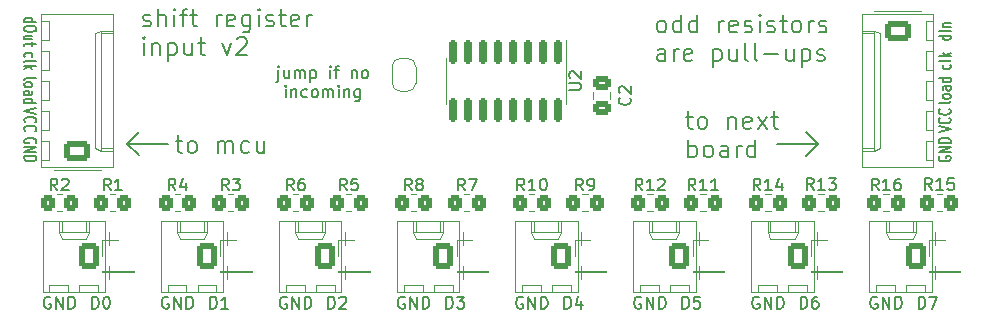
<source format=gto>
G04 #@! TF.GenerationSoftware,KiCad,Pcbnew,7.0.1*
G04 #@! TF.CreationDate,2023-08-26T14:25:07-05:00*
G04 #@! TF.ProjectId,Shift In Breakout Board V2,53686966-7420-4496-9e20-427265616b6f,rev?*
G04 #@! TF.SameCoordinates,Original*
G04 #@! TF.FileFunction,Legend,Top*
G04 #@! TF.FilePolarity,Positive*
%FSLAX46Y46*%
G04 Gerber Fmt 4.6, Leading zero omitted, Abs format (unit mm)*
G04 Created by KiCad (PCBNEW 7.0.1) date 2023-08-26 14:25:07*
%MOMM*%
%LPD*%
G01*
G04 APERTURE LIST*
G04 Aperture macros list*
%AMRoundRect*
0 Rectangle with rounded corners*
0 $1 Rounding radius*
0 $2 $3 $4 $5 $6 $7 $8 $9 X,Y pos of 4 corners*
0 Add a 4 corners polygon primitive as box body*
4,1,4,$2,$3,$4,$5,$6,$7,$8,$9,$2,$3,0*
0 Add four circle primitives for the rounded corners*
1,1,$1+$1,$2,$3*
1,1,$1+$1,$4,$5*
1,1,$1+$1,$6,$7*
1,1,$1+$1,$8,$9*
0 Add four rect primitives between the rounded corners*
20,1,$1+$1,$2,$3,$4,$5,0*
20,1,$1+$1,$4,$5,$6,$7,0*
20,1,$1+$1,$6,$7,$8,$9,0*
20,1,$1+$1,$8,$9,$2,$3,0*%
%AMFreePoly0*
4,1,19,0.500000,-0.750000,0.000000,-0.750000,0.000000,-0.744911,-0.071157,-0.744911,-0.207708,-0.704816,-0.327430,-0.627875,-0.420627,-0.520320,-0.479746,-0.390866,-0.500000,-0.250000,-0.500000,0.250000,-0.479746,0.390866,-0.420627,0.520320,-0.327430,0.627875,-0.207708,0.704816,-0.071157,0.744911,0.000000,0.744911,0.000000,0.750000,0.500000,0.750000,0.500000,-0.750000,0.500000,-0.750000,
$1*%
%AMFreePoly1*
4,1,19,0.000000,0.744911,0.071157,0.744911,0.207708,0.704816,0.327430,0.627875,0.420627,0.520320,0.479746,0.390866,0.500000,0.250000,0.500000,-0.250000,0.479746,-0.390866,0.420627,-0.520320,0.327430,-0.627875,0.207708,-0.704816,0.071157,-0.744911,0.000000,-0.744911,0.000000,-0.750000,-0.500000,-0.750000,-0.500000,0.750000,0.000000,0.750000,0.000000,0.744911,0.000000,0.744911,
$1*%
G04 Aperture macros list end*
%ADD10C,0.150000*%
%ADD11C,0.200000*%
%ADD12C,0.120000*%
%ADD13RoundRect,0.150000X-0.150000X0.825000X-0.150000X-0.825000X0.150000X-0.825000X0.150000X0.825000X0*%
%ADD14RoundRect,0.250000X0.350000X0.450000X-0.350000X0.450000X-0.350000X-0.450000X0.350000X-0.450000X0*%
%ADD15RoundRect,0.250000X0.620000X0.845000X-0.620000X0.845000X-0.620000X-0.845000X0.620000X-0.845000X0*%
%ADD16O,1.740000X2.190000*%
%ADD17RoundRect,0.250000X-0.845000X0.620000X-0.845000X-0.620000X0.845000X-0.620000X0.845000X0.620000X0*%
%ADD18O,2.190000X1.740000*%
%ADD19RoundRect,0.250000X-0.350000X-0.450000X0.350000X-0.450000X0.350000X0.450000X-0.350000X0.450000X0*%
%ADD20R,1.700000X1.700000*%
%ADD21RoundRect,0.250000X0.845000X-0.620000X0.845000X0.620000X-0.845000X0.620000X-0.845000X-0.620000X0*%
%ADD22C,3.200000*%
%ADD23FreePoly0,270.000000*%
%ADD24FreePoly1,270.000000*%
%ADD25RoundRect,0.250000X0.475000X-0.337500X0.475000X0.337500X-0.475000X0.337500X-0.475000X-0.337500X0*%
G04 APERTURE END LIST*
D10*
X118900000Y-92800000D02*
X119900000Y-93800000D01*
X177450000Y-92850000D02*
X176450000Y-91850000D01*
X173950000Y-92850000D02*
X177450000Y-92850000D01*
X177450000Y-92850000D02*
X176450000Y-93850000D01*
X122400000Y-92800000D02*
X118900000Y-92800000D01*
X118900000Y-92800000D02*
X119900000Y-91800000D01*
X110227329Y-82524338D02*
X111227329Y-82524338D01*
X110274949Y-82524338D02*
X110227329Y-82452909D01*
X110227329Y-82452909D02*
X110227329Y-82310052D01*
X110227329Y-82310052D02*
X110274949Y-82238623D01*
X110274949Y-82238623D02*
X110322568Y-82202909D01*
X110322568Y-82202909D02*
X110417806Y-82167195D01*
X110417806Y-82167195D02*
X110703520Y-82167195D01*
X110703520Y-82167195D02*
X110798758Y-82202909D01*
X110798758Y-82202909D02*
X110846377Y-82238623D01*
X110846377Y-82238623D02*
X110893996Y-82310052D01*
X110893996Y-82310052D02*
X110893996Y-82452909D01*
X110893996Y-82452909D02*
X110846377Y-82524338D01*
X111227329Y-83024337D02*
X111227329Y-83167194D01*
X111227329Y-83167194D02*
X111179710Y-83238623D01*
X111179710Y-83238623D02*
X111084472Y-83310051D01*
X111084472Y-83310051D02*
X110893996Y-83345766D01*
X110893996Y-83345766D02*
X110560663Y-83345766D01*
X110560663Y-83345766D02*
X110370187Y-83310051D01*
X110370187Y-83310051D02*
X110274949Y-83238623D01*
X110274949Y-83238623D02*
X110227329Y-83167194D01*
X110227329Y-83167194D02*
X110227329Y-83024337D01*
X110227329Y-83024337D02*
X110274949Y-82952909D01*
X110274949Y-82952909D02*
X110370187Y-82881480D01*
X110370187Y-82881480D02*
X110560663Y-82845766D01*
X110560663Y-82845766D02*
X110893996Y-82845766D01*
X110893996Y-82845766D02*
X111084472Y-82881480D01*
X111084472Y-82881480D02*
X111179710Y-82952909D01*
X111179710Y-82952909D02*
X111227329Y-83024337D01*
X110893996Y-83988623D02*
X110227329Y-83988623D01*
X110893996Y-83667194D02*
X110370187Y-83667194D01*
X110370187Y-83667194D02*
X110274949Y-83702908D01*
X110274949Y-83702908D02*
X110227329Y-83774337D01*
X110227329Y-83774337D02*
X110227329Y-83881480D01*
X110227329Y-83881480D02*
X110274949Y-83952908D01*
X110274949Y-83952908D02*
X110322568Y-83988623D01*
X110893996Y-84238622D02*
X110893996Y-84524336D01*
X111227329Y-84345765D02*
X110370187Y-84345765D01*
X110370187Y-84345765D02*
X110274949Y-84381479D01*
X110274949Y-84381479D02*
X110227329Y-84452908D01*
X110227329Y-84452908D02*
X110227329Y-84524336D01*
X188652568Y-83667193D02*
X187652568Y-83667193D01*
X188604949Y-83667193D02*
X188652568Y-83738621D01*
X188652568Y-83738621D02*
X188652568Y-83881478D01*
X188652568Y-83881478D02*
X188604949Y-83952907D01*
X188604949Y-83952907D02*
X188557329Y-83988621D01*
X188557329Y-83988621D02*
X188462091Y-84024335D01*
X188462091Y-84024335D02*
X188176377Y-84024335D01*
X188176377Y-84024335D02*
X188081139Y-83988621D01*
X188081139Y-83988621D02*
X188033520Y-83952907D01*
X188033520Y-83952907D02*
X187985901Y-83881478D01*
X187985901Y-83881478D02*
X187985901Y-83738621D01*
X187985901Y-83738621D02*
X188033520Y-83667193D01*
X188652568Y-83310050D02*
X187652568Y-83310050D01*
X187985901Y-82952907D02*
X188652568Y-82952907D01*
X188081139Y-82952907D02*
X188033520Y-82917193D01*
X188033520Y-82917193D02*
X187985901Y-82845764D01*
X187985901Y-82845764D02*
X187985901Y-82738621D01*
X187985901Y-82738621D02*
X188033520Y-82667193D01*
X188033520Y-82667193D02*
X188128758Y-82631479D01*
X188128758Y-82631479D02*
X188652568Y-82631479D01*
X172428044Y-105820289D02*
X172332806Y-105772670D01*
X172332806Y-105772670D02*
X172189949Y-105772670D01*
X172189949Y-105772670D02*
X172047092Y-105820289D01*
X172047092Y-105820289D02*
X171951854Y-105915527D01*
X171951854Y-105915527D02*
X171904235Y-106010765D01*
X171904235Y-106010765D02*
X171856616Y-106201241D01*
X171856616Y-106201241D02*
X171856616Y-106344098D01*
X171856616Y-106344098D02*
X171904235Y-106534574D01*
X171904235Y-106534574D02*
X171951854Y-106629812D01*
X171951854Y-106629812D02*
X172047092Y-106725051D01*
X172047092Y-106725051D02*
X172189949Y-106772670D01*
X172189949Y-106772670D02*
X172285187Y-106772670D01*
X172285187Y-106772670D02*
X172428044Y-106725051D01*
X172428044Y-106725051D02*
X172475663Y-106677431D01*
X172475663Y-106677431D02*
X172475663Y-106344098D01*
X172475663Y-106344098D02*
X172285187Y-106344098D01*
X172904235Y-106772670D02*
X172904235Y-105772670D01*
X172904235Y-105772670D02*
X173475663Y-106772670D01*
X173475663Y-106772670D02*
X173475663Y-105772670D01*
X173951854Y-106772670D02*
X173951854Y-105772670D01*
X173951854Y-105772670D02*
X174189949Y-105772670D01*
X174189949Y-105772670D02*
X174332806Y-105820289D01*
X174332806Y-105820289D02*
X174428044Y-105915527D01*
X174428044Y-105915527D02*
X174475663Y-106010765D01*
X174475663Y-106010765D02*
X174523282Y-106201241D01*
X174523282Y-106201241D02*
X174523282Y-106344098D01*
X174523282Y-106344098D02*
X174475663Y-106534574D01*
X174475663Y-106534574D02*
X174428044Y-106629812D01*
X174428044Y-106629812D02*
X174332806Y-106725051D01*
X174332806Y-106725051D02*
X174189949Y-106772670D01*
X174189949Y-106772670D02*
X173951854Y-106772670D01*
X122428044Y-105820289D02*
X122332806Y-105772670D01*
X122332806Y-105772670D02*
X122189949Y-105772670D01*
X122189949Y-105772670D02*
X122047092Y-105820289D01*
X122047092Y-105820289D02*
X121951854Y-105915527D01*
X121951854Y-105915527D02*
X121904235Y-106010765D01*
X121904235Y-106010765D02*
X121856616Y-106201241D01*
X121856616Y-106201241D02*
X121856616Y-106344098D01*
X121856616Y-106344098D02*
X121904235Y-106534574D01*
X121904235Y-106534574D02*
X121951854Y-106629812D01*
X121951854Y-106629812D02*
X122047092Y-106725051D01*
X122047092Y-106725051D02*
X122189949Y-106772670D01*
X122189949Y-106772670D02*
X122285187Y-106772670D01*
X122285187Y-106772670D02*
X122428044Y-106725051D01*
X122428044Y-106725051D02*
X122475663Y-106677431D01*
X122475663Y-106677431D02*
X122475663Y-106344098D01*
X122475663Y-106344098D02*
X122285187Y-106344098D01*
X122904235Y-106772670D02*
X122904235Y-105772670D01*
X122904235Y-105772670D02*
X123475663Y-106772670D01*
X123475663Y-106772670D02*
X123475663Y-105772670D01*
X123951854Y-106772670D02*
X123951854Y-105772670D01*
X123951854Y-105772670D02*
X124189949Y-105772670D01*
X124189949Y-105772670D02*
X124332806Y-105820289D01*
X124332806Y-105820289D02*
X124428044Y-105915527D01*
X124428044Y-105915527D02*
X124475663Y-106010765D01*
X124475663Y-106010765D02*
X124523282Y-106201241D01*
X124523282Y-106201241D02*
X124523282Y-106344098D01*
X124523282Y-106344098D02*
X124475663Y-106534574D01*
X124475663Y-106534574D02*
X124428044Y-106629812D01*
X124428044Y-106629812D02*
X124332806Y-106725051D01*
X124332806Y-106725051D02*
X124189949Y-106772670D01*
X124189949Y-106772670D02*
X123951854Y-106772670D01*
X188604949Y-86131479D02*
X188652568Y-86202907D01*
X188652568Y-86202907D02*
X188652568Y-86345764D01*
X188652568Y-86345764D02*
X188604949Y-86417193D01*
X188604949Y-86417193D02*
X188557329Y-86452907D01*
X188557329Y-86452907D02*
X188462091Y-86488621D01*
X188462091Y-86488621D02*
X188176377Y-86488621D01*
X188176377Y-86488621D02*
X188081139Y-86452907D01*
X188081139Y-86452907D02*
X188033520Y-86417193D01*
X188033520Y-86417193D02*
X187985901Y-86345764D01*
X187985901Y-86345764D02*
X187985901Y-86202907D01*
X187985901Y-86202907D02*
X188033520Y-86131479D01*
X188652568Y-85702907D02*
X188604949Y-85774336D01*
X188604949Y-85774336D02*
X188509710Y-85810050D01*
X188509710Y-85810050D02*
X187652568Y-85810050D01*
X188652568Y-85417193D02*
X187652568Y-85417193D01*
X188271615Y-85345765D02*
X188652568Y-85131479D01*
X187985901Y-85131479D02*
X188366853Y-85417193D01*
X187700187Y-93881479D02*
X187652568Y-93952908D01*
X187652568Y-93952908D02*
X187652568Y-94060050D01*
X187652568Y-94060050D02*
X187700187Y-94167193D01*
X187700187Y-94167193D02*
X187795425Y-94238622D01*
X187795425Y-94238622D02*
X187890663Y-94274336D01*
X187890663Y-94274336D02*
X188081139Y-94310050D01*
X188081139Y-94310050D02*
X188223996Y-94310050D01*
X188223996Y-94310050D02*
X188414472Y-94274336D01*
X188414472Y-94274336D02*
X188509710Y-94238622D01*
X188509710Y-94238622D02*
X188604949Y-94167193D01*
X188604949Y-94167193D02*
X188652568Y-94060050D01*
X188652568Y-94060050D02*
X188652568Y-93988622D01*
X188652568Y-93988622D02*
X188604949Y-93881479D01*
X188604949Y-93881479D02*
X188557329Y-93845765D01*
X188557329Y-93845765D02*
X188223996Y-93845765D01*
X188223996Y-93845765D02*
X188223996Y-93988622D01*
X188652568Y-93524336D02*
X187652568Y-93524336D01*
X187652568Y-93524336D02*
X188652568Y-93095765D01*
X188652568Y-93095765D02*
X187652568Y-93095765D01*
X188652568Y-92738622D02*
X187652568Y-92738622D01*
X187652568Y-92738622D02*
X187652568Y-92560051D01*
X187652568Y-92560051D02*
X187700187Y-92452908D01*
X187700187Y-92452908D02*
X187795425Y-92381479D01*
X187795425Y-92381479D02*
X187890663Y-92345765D01*
X187890663Y-92345765D02*
X188081139Y-92310051D01*
X188081139Y-92310051D02*
X188223996Y-92310051D01*
X188223996Y-92310051D02*
X188414472Y-92345765D01*
X188414472Y-92345765D02*
X188509710Y-92381479D01*
X188509710Y-92381479D02*
X188604949Y-92452908D01*
X188604949Y-92452908D02*
X188652568Y-92560051D01*
X188652568Y-92560051D02*
X188652568Y-92738622D01*
X185951854Y-106772670D02*
X185951854Y-105772670D01*
X185951854Y-105772670D02*
X186189949Y-105772670D01*
X186189949Y-105772670D02*
X186332806Y-105820289D01*
X186332806Y-105820289D02*
X186428044Y-105915527D01*
X186428044Y-105915527D02*
X186475663Y-106010765D01*
X186475663Y-106010765D02*
X186523282Y-106201241D01*
X186523282Y-106201241D02*
X186523282Y-106344098D01*
X186523282Y-106344098D02*
X186475663Y-106534574D01*
X186475663Y-106534574D02*
X186428044Y-106629812D01*
X186428044Y-106629812D02*
X186332806Y-106725051D01*
X186332806Y-106725051D02*
X186189949Y-106772670D01*
X186189949Y-106772670D02*
X185951854Y-106772670D01*
X186856616Y-105772670D02*
X187523282Y-105772670D01*
X187523282Y-105772670D02*
X187094711Y-106772670D01*
X123042857Y-92616428D02*
X123614285Y-92616428D01*
X123257142Y-92116428D02*
X123257142Y-93402142D01*
X123257142Y-93402142D02*
X123328571Y-93545000D01*
X123328571Y-93545000D02*
X123471428Y-93616428D01*
X123471428Y-93616428D02*
X123614285Y-93616428D01*
X124328571Y-93616428D02*
X124185714Y-93545000D01*
X124185714Y-93545000D02*
X124114285Y-93473571D01*
X124114285Y-93473571D02*
X124042857Y-93330714D01*
X124042857Y-93330714D02*
X124042857Y-92902142D01*
X124042857Y-92902142D02*
X124114285Y-92759285D01*
X124114285Y-92759285D02*
X124185714Y-92687857D01*
X124185714Y-92687857D02*
X124328571Y-92616428D01*
X124328571Y-92616428D02*
X124542857Y-92616428D01*
X124542857Y-92616428D02*
X124685714Y-92687857D01*
X124685714Y-92687857D02*
X124757143Y-92759285D01*
X124757143Y-92759285D02*
X124828571Y-92902142D01*
X124828571Y-92902142D02*
X124828571Y-93330714D01*
X124828571Y-93330714D02*
X124757143Y-93473571D01*
X124757143Y-93473571D02*
X124685714Y-93545000D01*
X124685714Y-93545000D02*
X124542857Y-93616428D01*
X124542857Y-93616428D02*
X124328571Y-93616428D01*
X126614285Y-93616428D02*
X126614285Y-92616428D01*
X126614285Y-92759285D02*
X126685714Y-92687857D01*
X126685714Y-92687857D02*
X126828571Y-92616428D01*
X126828571Y-92616428D02*
X127042857Y-92616428D01*
X127042857Y-92616428D02*
X127185714Y-92687857D01*
X127185714Y-92687857D02*
X127257143Y-92830714D01*
X127257143Y-92830714D02*
X127257143Y-93616428D01*
X127257143Y-92830714D02*
X127328571Y-92687857D01*
X127328571Y-92687857D02*
X127471428Y-92616428D01*
X127471428Y-92616428D02*
X127685714Y-92616428D01*
X127685714Y-92616428D02*
X127828571Y-92687857D01*
X127828571Y-92687857D02*
X127900000Y-92830714D01*
X127900000Y-92830714D02*
X127900000Y-93616428D01*
X129257143Y-93545000D02*
X129114285Y-93616428D01*
X129114285Y-93616428D02*
X128828571Y-93616428D01*
X128828571Y-93616428D02*
X128685714Y-93545000D01*
X128685714Y-93545000D02*
X128614285Y-93473571D01*
X128614285Y-93473571D02*
X128542857Y-93330714D01*
X128542857Y-93330714D02*
X128542857Y-92902142D01*
X128542857Y-92902142D02*
X128614285Y-92759285D01*
X128614285Y-92759285D02*
X128685714Y-92687857D01*
X128685714Y-92687857D02*
X128828571Y-92616428D01*
X128828571Y-92616428D02*
X129114285Y-92616428D01*
X129114285Y-92616428D02*
X129257143Y-92687857D01*
X130542857Y-92616428D02*
X130542857Y-93616428D01*
X129899999Y-92616428D02*
X129899999Y-93402142D01*
X129899999Y-93402142D02*
X129971428Y-93545000D01*
X129971428Y-93545000D02*
X130114285Y-93616428D01*
X130114285Y-93616428D02*
X130328571Y-93616428D01*
X130328571Y-93616428D02*
X130471428Y-93545000D01*
X130471428Y-93545000D02*
X130542857Y-93473571D01*
X135951854Y-106772670D02*
X135951854Y-105772670D01*
X135951854Y-105772670D02*
X136189949Y-105772670D01*
X136189949Y-105772670D02*
X136332806Y-105820289D01*
X136332806Y-105820289D02*
X136428044Y-105915527D01*
X136428044Y-105915527D02*
X136475663Y-106010765D01*
X136475663Y-106010765D02*
X136523282Y-106201241D01*
X136523282Y-106201241D02*
X136523282Y-106344098D01*
X136523282Y-106344098D02*
X136475663Y-106534574D01*
X136475663Y-106534574D02*
X136428044Y-106629812D01*
X136428044Y-106629812D02*
X136332806Y-106725051D01*
X136332806Y-106725051D02*
X136189949Y-106772670D01*
X136189949Y-106772670D02*
X135951854Y-106772670D01*
X136904235Y-105867908D02*
X136951854Y-105820289D01*
X136951854Y-105820289D02*
X137047092Y-105772670D01*
X137047092Y-105772670D02*
X137285187Y-105772670D01*
X137285187Y-105772670D02*
X137380425Y-105820289D01*
X137380425Y-105820289D02*
X137428044Y-105867908D01*
X137428044Y-105867908D02*
X137475663Y-105963146D01*
X137475663Y-105963146D02*
X137475663Y-106058384D01*
X137475663Y-106058384D02*
X137428044Y-106201241D01*
X137428044Y-106201241D02*
X136856616Y-106772670D01*
X136856616Y-106772670D02*
X137475663Y-106772670D01*
X175951854Y-106772670D02*
X175951854Y-105772670D01*
X175951854Y-105772670D02*
X176189949Y-105772670D01*
X176189949Y-105772670D02*
X176332806Y-105820289D01*
X176332806Y-105820289D02*
X176428044Y-105915527D01*
X176428044Y-105915527D02*
X176475663Y-106010765D01*
X176475663Y-106010765D02*
X176523282Y-106201241D01*
X176523282Y-106201241D02*
X176523282Y-106344098D01*
X176523282Y-106344098D02*
X176475663Y-106534574D01*
X176475663Y-106534574D02*
X176428044Y-106629812D01*
X176428044Y-106629812D02*
X176332806Y-106725051D01*
X176332806Y-106725051D02*
X176189949Y-106772670D01*
X176189949Y-106772670D02*
X175951854Y-106772670D01*
X177380425Y-105772670D02*
X177189949Y-105772670D01*
X177189949Y-105772670D02*
X177094711Y-105820289D01*
X177094711Y-105820289D02*
X177047092Y-105867908D01*
X177047092Y-105867908D02*
X176951854Y-106010765D01*
X176951854Y-106010765D02*
X176904235Y-106201241D01*
X176904235Y-106201241D02*
X176904235Y-106582193D01*
X176904235Y-106582193D02*
X176951854Y-106677431D01*
X176951854Y-106677431D02*
X176999473Y-106725051D01*
X176999473Y-106725051D02*
X177094711Y-106772670D01*
X177094711Y-106772670D02*
X177285187Y-106772670D01*
X177285187Y-106772670D02*
X177380425Y-106725051D01*
X177380425Y-106725051D02*
X177428044Y-106677431D01*
X177428044Y-106677431D02*
X177475663Y-106582193D01*
X177475663Y-106582193D02*
X177475663Y-106344098D01*
X177475663Y-106344098D02*
X177428044Y-106248860D01*
X177428044Y-106248860D02*
X177380425Y-106201241D01*
X177380425Y-106201241D02*
X177285187Y-106153622D01*
X177285187Y-106153622D02*
X177094711Y-106153622D01*
X177094711Y-106153622D02*
X176999473Y-106201241D01*
X176999473Y-106201241D02*
X176951854Y-106248860D01*
X176951854Y-106248860D02*
X176904235Y-106344098D01*
X145951854Y-106772670D02*
X145951854Y-105772670D01*
X145951854Y-105772670D02*
X146189949Y-105772670D01*
X146189949Y-105772670D02*
X146332806Y-105820289D01*
X146332806Y-105820289D02*
X146428044Y-105915527D01*
X146428044Y-105915527D02*
X146475663Y-106010765D01*
X146475663Y-106010765D02*
X146523282Y-106201241D01*
X146523282Y-106201241D02*
X146523282Y-106344098D01*
X146523282Y-106344098D02*
X146475663Y-106534574D01*
X146475663Y-106534574D02*
X146428044Y-106629812D01*
X146428044Y-106629812D02*
X146332806Y-106725051D01*
X146332806Y-106725051D02*
X146189949Y-106772670D01*
X146189949Y-106772670D02*
X145951854Y-106772670D01*
X146856616Y-105772670D02*
X147475663Y-105772670D01*
X147475663Y-105772670D02*
X147142330Y-106153622D01*
X147142330Y-106153622D02*
X147285187Y-106153622D01*
X147285187Y-106153622D02*
X147380425Y-106201241D01*
X147380425Y-106201241D02*
X147428044Y-106248860D01*
X147428044Y-106248860D02*
X147475663Y-106344098D01*
X147475663Y-106344098D02*
X147475663Y-106582193D01*
X147475663Y-106582193D02*
X147428044Y-106677431D01*
X147428044Y-106677431D02*
X147380425Y-106725051D01*
X147380425Y-106725051D02*
X147285187Y-106772670D01*
X147285187Y-106772670D02*
X146999473Y-106772670D01*
X146999473Y-106772670D02*
X146904235Y-106725051D01*
X146904235Y-106725051D02*
X146856616Y-106677431D01*
X166242857Y-90536428D02*
X166814285Y-90536428D01*
X166457142Y-90036428D02*
X166457142Y-91322142D01*
X166457142Y-91322142D02*
X166528571Y-91465000D01*
X166528571Y-91465000D02*
X166671428Y-91536428D01*
X166671428Y-91536428D02*
X166814285Y-91536428D01*
X167528571Y-91536428D02*
X167385714Y-91465000D01*
X167385714Y-91465000D02*
X167314285Y-91393571D01*
X167314285Y-91393571D02*
X167242857Y-91250714D01*
X167242857Y-91250714D02*
X167242857Y-90822142D01*
X167242857Y-90822142D02*
X167314285Y-90679285D01*
X167314285Y-90679285D02*
X167385714Y-90607857D01*
X167385714Y-90607857D02*
X167528571Y-90536428D01*
X167528571Y-90536428D02*
X167742857Y-90536428D01*
X167742857Y-90536428D02*
X167885714Y-90607857D01*
X167885714Y-90607857D02*
X167957143Y-90679285D01*
X167957143Y-90679285D02*
X168028571Y-90822142D01*
X168028571Y-90822142D02*
X168028571Y-91250714D01*
X168028571Y-91250714D02*
X167957143Y-91393571D01*
X167957143Y-91393571D02*
X167885714Y-91465000D01*
X167885714Y-91465000D02*
X167742857Y-91536428D01*
X167742857Y-91536428D02*
X167528571Y-91536428D01*
X169814285Y-90536428D02*
X169814285Y-91536428D01*
X169814285Y-90679285D02*
X169885714Y-90607857D01*
X169885714Y-90607857D02*
X170028571Y-90536428D01*
X170028571Y-90536428D02*
X170242857Y-90536428D01*
X170242857Y-90536428D02*
X170385714Y-90607857D01*
X170385714Y-90607857D02*
X170457143Y-90750714D01*
X170457143Y-90750714D02*
X170457143Y-91536428D01*
X171742857Y-91465000D02*
X171600000Y-91536428D01*
X171600000Y-91536428D02*
X171314286Y-91536428D01*
X171314286Y-91536428D02*
X171171428Y-91465000D01*
X171171428Y-91465000D02*
X171100000Y-91322142D01*
X171100000Y-91322142D02*
X171100000Y-90750714D01*
X171100000Y-90750714D02*
X171171428Y-90607857D01*
X171171428Y-90607857D02*
X171314286Y-90536428D01*
X171314286Y-90536428D02*
X171600000Y-90536428D01*
X171600000Y-90536428D02*
X171742857Y-90607857D01*
X171742857Y-90607857D02*
X171814286Y-90750714D01*
X171814286Y-90750714D02*
X171814286Y-90893571D01*
X171814286Y-90893571D02*
X171100000Y-91036428D01*
X172314285Y-91536428D02*
X173100000Y-90536428D01*
X172314285Y-90536428D02*
X173100000Y-91536428D01*
X173457143Y-90536428D02*
X174028571Y-90536428D01*
X173671428Y-90036428D02*
X173671428Y-91322142D01*
X173671428Y-91322142D02*
X173742857Y-91465000D01*
X173742857Y-91465000D02*
X173885714Y-91536428D01*
X173885714Y-91536428D02*
X174028571Y-91536428D01*
X166457142Y-93966428D02*
X166457142Y-92466428D01*
X166457142Y-93037857D02*
X166600000Y-92966428D01*
X166600000Y-92966428D02*
X166885714Y-92966428D01*
X166885714Y-92966428D02*
X167028571Y-93037857D01*
X167028571Y-93037857D02*
X167100000Y-93109285D01*
X167100000Y-93109285D02*
X167171428Y-93252142D01*
X167171428Y-93252142D02*
X167171428Y-93680714D01*
X167171428Y-93680714D02*
X167100000Y-93823571D01*
X167100000Y-93823571D02*
X167028571Y-93895000D01*
X167028571Y-93895000D02*
X166885714Y-93966428D01*
X166885714Y-93966428D02*
X166600000Y-93966428D01*
X166600000Y-93966428D02*
X166457142Y-93895000D01*
X168028571Y-93966428D02*
X167885714Y-93895000D01*
X167885714Y-93895000D02*
X167814285Y-93823571D01*
X167814285Y-93823571D02*
X167742857Y-93680714D01*
X167742857Y-93680714D02*
X167742857Y-93252142D01*
X167742857Y-93252142D02*
X167814285Y-93109285D01*
X167814285Y-93109285D02*
X167885714Y-93037857D01*
X167885714Y-93037857D02*
X168028571Y-92966428D01*
X168028571Y-92966428D02*
X168242857Y-92966428D01*
X168242857Y-92966428D02*
X168385714Y-93037857D01*
X168385714Y-93037857D02*
X168457143Y-93109285D01*
X168457143Y-93109285D02*
X168528571Y-93252142D01*
X168528571Y-93252142D02*
X168528571Y-93680714D01*
X168528571Y-93680714D02*
X168457143Y-93823571D01*
X168457143Y-93823571D02*
X168385714Y-93895000D01*
X168385714Y-93895000D02*
X168242857Y-93966428D01*
X168242857Y-93966428D02*
X168028571Y-93966428D01*
X169814286Y-93966428D02*
X169814286Y-93180714D01*
X169814286Y-93180714D02*
X169742857Y-93037857D01*
X169742857Y-93037857D02*
X169600000Y-92966428D01*
X169600000Y-92966428D02*
X169314286Y-92966428D01*
X169314286Y-92966428D02*
X169171428Y-93037857D01*
X169814286Y-93895000D02*
X169671428Y-93966428D01*
X169671428Y-93966428D02*
X169314286Y-93966428D01*
X169314286Y-93966428D02*
X169171428Y-93895000D01*
X169171428Y-93895000D02*
X169100000Y-93752142D01*
X169100000Y-93752142D02*
X169100000Y-93609285D01*
X169100000Y-93609285D02*
X169171428Y-93466428D01*
X169171428Y-93466428D02*
X169314286Y-93395000D01*
X169314286Y-93395000D02*
X169671428Y-93395000D01*
X169671428Y-93395000D02*
X169814286Y-93323571D01*
X170528571Y-93966428D02*
X170528571Y-92966428D01*
X170528571Y-93252142D02*
X170600000Y-93109285D01*
X170600000Y-93109285D02*
X170671429Y-93037857D01*
X170671429Y-93037857D02*
X170814286Y-92966428D01*
X170814286Y-92966428D02*
X170957143Y-92966428D01*
X172100000Y-93966428D02*
X172100000Y-92466428D01*
X172100000Y-93895000D02*
X171957142Y-93966428D01*
X171957142Y-93966428D02*
X171671428Y-93966428D01*
X171671428Y-93966428D02*
X171528571Y-93895000D01*
X171528571Y-93895000D02*
X171457142Y-93823571D01*
X171457142Y-93823571D02*
X171385714Y-93680714D01*
X171385714Y-93680714D02*
X171385714Y-93252142D01*
X171385714Y-93252142D02*
X171457142Y-93109285D01*
X171457142Y-93109285D02*
X171528571Y-93037857D01*
X171528571Y-93037857D02*
X171671428Y-92966428D01*
X171671428Y-92966428D02*
X171957142Y-92966428D01*
X171957142Y-92966428D02*
X172100000Y-93037857D01*
X111179710Y-92738622D02*
X111227329Y-92667194D01*
X111227329Y-92667194D02*
X111227329Y-92560051D01*
X111227329Y-92560051D02*
X111179710Y-92452908D01*
X111179710Y-92452908D02*
X111084472Y-92381479D01*
X111084472Y-92381479D02*
X110989234Y-92345765D01*
X110989234Y-92345765D02*
X110798758Y-92310051D01*
X110798758Y-92310051D02*
X110655901Y-92310051D01*
X110655901Y-92310051D02*
X110465425Y-92345765D01*
X110465425Y-92345765D02*
X110370187Y-92381479D01*
X110370187Y-92381479D02*
X110274949Y-92452908D01*
X110274949Y-92452908D02*
X110227329Y-92560051D01*
X110227329Y-92560051D02*
X110227329Y-92631479D01*
X110227329Y-92631479D02*
X110274949Y-92738622D01*
X110274949Y-92738622D02*
X110322568Y-92774336D01*
X110322568Y-92774336D02*
X110655901Y-92774336D01*
X110655901Y-92774336D02*
X110655901Y-92631479D01*
X110227329Y-93095765D02*
X111227329Y-93095765D01*
X111227329Y-93095765D02*
X110227329Y-93524336D01*
X110227329Y-93524336D02*
X111227329Y-93524336D01*
X110227329Y-93881479D02*
X111227329Y-93881479D01*
X111227329Y-93881479D02*
X111227329Y-94060050D01*
X111227329Y-94060050D02*
X111179710Y-94167193D01*
X111179710Y-94167193D02*
X111084472Y-94238622D01*
X111084472Y-94238622D02*
X110989234Y-94274336D01*
X110989234Y-94274336D02*
X110798758Y-94310050D01*
X110798758Y-94310050D02*
X110655901Y-94310050D01*
X110655901Y-94310050D02*
X110465425Y-94274336D01*
X110465425Y-94274336D02*
X110370187Y-94238622D01*
X110370187Y-94238622D02*
X110274949Y-94167193D01*
X110274949Y-94167193D02*
X110227329Y-94060050D01*
X110227329Y-94060050D02*
X110227329Y-93881479D01*
X187652568Y-91810050D02*
X188652568Y-91560050D01*
X188652568Y-91560050D02*
X187652568Y-91310050D01*
X188557329Y-90631479D02*
X188604949Y-90667193D01*
X188604949Y-90667193D02*
X188652568Y-90774336D01*
X188652568Y-90774336D02*
X188652568Y-90845764D01*
X188652568Y-90845764D02*
X188604949Y-90952907D01*
X188604949Y-90952907D02*
X188509710Y-91024336D01*
X188509710Y-91024336D02*
X188414472Y-91060050D01*
X188414472Y-91060050D02*
X188223996Y-91095764D01*
X188223996Y-91095764D02*
X188081139Y-91095764D01*
X188081139Y-91095764D02*
X187890663Y-91060050D01*
X187890663Y-91060050D02*
X187795425Y-91024336D01*
X187795425Y-91024336D02*
X187700187Y-90952907D01*
X187700187Y-90952907D02*
X187652568Y-90845764D01*
X187652568Y-90845764D02*
X187652568Y-90774336D01*
X187652568Y-90774336D02*
X187700187Y-90667193D01*
X187700187Y-90667193D02*
X187747806Y-90631479D01*
X188557329Y-89881479D02*
X188604949Y-89917193D01*
X188604949Y-89917193D02*
X188652568Y-90024336D01*
X188652568Y-90024336D02*
X188652568Y-90095764D01*
X188652568Y-90095764D02*
X188604949Y-90202907D01*
X188604949Y-90202907D02*
X188509710Y-90274336D01*
X188509710Y-90274336D02*
X188414472Y-90310050D01*
X188414472Y-90310050D02*
X188223996Y-90345764D01*
X188223996Y-90345764D02*
X188081139Y-90345764D01*
X188081139Y-90345764D02*
X187890663Y-90310050D01*
X187890663Y-90310050D02*
X187795425Y-90274336D01*
X187795425Y-90274336D02*
X187700187Y-90202907D01*
X187700187Y-90202907D02*
X187652568Y-90095764D01*
X187652568Y-90095764D02*
X187652568Y-90024336D01*
X187652568Y-90024336D02*
X187700187Y-89917193D01*
X187700187Y-89917193D02*
X187747806Y-89881479D01*
X111227329Y-89810051D02*
X110227329Y-90060051D01*
X110227329Y-90060051D02*
X111227329Y-90310051D01*
X110322568Y-90988622D02*
X110274949Y-90952908D01*
X110274949Y-90952908D02*
X110227329Y-90845765D01*
X110227329Y-90845765D02*
X110227329Y-90774337D01*
X110227329Y-90774337D02*
X110274949Y-90667194D01*
X110274949Y-90667194D02*
X110370187Y-90595765D01*
X110370187Y-90595765D02*
X110465425Y-90560051D01*
X110465425Y-90560051D02*
X110655901Y-90524337D01*
X110655901Y-90524337D02*
X110798758Y-90524337D01*
X110798758Y-90524337D02*
X110989234Y-90560051D01*
X110989234Y-90560051D02*
X111084472Y-90595765D01*
X111084472Y-90595765D02*
X111179710Y-90667194D01*
X111179710Y-90667194D02*
X111227329Y-90774337D01*
X111227329Y-90774337D02*
X111227329Y-90845765D01*
X111227329Y-90845765D02*
X111179710Y-90952908D01*
X111179710Y-90952908D02*
X111132091Y-90988622D01*
X110322568Y-91738622D02*
X110274949Y-91702908D01*
X110274949Y-91702908D02*
X110227329Y-91595765D01*
X110227329Y-91595765D02*
X110227329Y-91524337D01*
X110227329Y-91524337D02*
X110274949Y-91417194D01*
X110274949Y-91417194D02*
X110370187Y-91345765D01*
X110370187Y-91345765D02*
X110465425Y-91310051D01*
X110465425Y-91310051D02*
X110655901Y-91274337D01*
X110655901Y-91274337D02*
X110798758Y-91274337D01*
X110798758Y-91274337D02*
X110989234Y-91310051D01*
X110989234Y-91310051D02*
X111084472Y-91345765D01*
X111084472Y-91345765D02*
X111179710Y-91417194D01*
X111179710Y-91417194D02*
X111227329Y-91524337D01*
X111227329Y-91524337D02*
X111227329Y-91595765D01*
X111227329Y-91595765D02*
X111179710Y-91702908D01*
X111179710Y-91702908D02*
X111132091Y-91738622D01*
X115951854Y-106772670D02*
X115951854Y-105772670D01*
X115951854Y-105772670D02*
X116189949Y-105772670D01*
X116189949Y-105772670D02*
X116332806Y-105820289D01*
X116332806Y-105820289D02*
X116428044Y-105915527D01*
X116428044Y-105915527D02*
X116475663Y-106010765D01*
X116475663Y-106010765D02*
X116523282Y-106201241D01*
X116523282Y-106201241D02*
X116523282Y-106344098D01*
X116523282Y-106344098D02*
X116475663Y-106534574D01*
X116475663Y-106534574D02*
X116428044Y-106629812D01*
X116428044Y-106629812D02*
X116332806Y-106725051D01*
X116332806Y-106725051D02*
X116189949Y-106772670D01*
X116189949Y-106772670D02*
X115951854Y-106772670D01*
X117142330Y-105772670D02*
X117237568Y-105772670D01*
X117237568Y-105772670D02*
X117332806Y-105820289D01*
X117332806Y-105820289D02*
X117380425Y-105867908D01*
X117380425Y-105867908D02*
X117428044Y-105963146D01*
X117428044Y-105963146D02*
X117475663Y-106153622D01*
X117475663Y-106153622D02*
X117475663Y-106391717D01*
X117475663Y-106391717D02*
X117428044Y-106582193D01*
X117428044Y-106582193D02*
X117380425Y-106677431D01*
X117380425Y-106677431D02*
X117332806Y-106725051D01*
X117332806Y-106725051D02*
X117237568Y-106772670D01*
X117237568Y-106772670D02*
X117142330Y-106772670D01*
X117142330Y-106772670D02*
X117047092Y-106725051D01*
X117047092Y-106725051D02*
X116999473Y-106677431D01*
X116999473Y-106677431D02*
X116951854Y-106582193D01*
X116951854Y-106582193D02*
X116904235Y-106391717D01*
X116904235Y-106391717D02*
X116904235Y-106153622D01*
X116904235Y-106153622D02*
X116951854Y-105963146D01*
X116951854Y-105963146D02*
X116999473Y-105867908D01*
X116999473Y-105867908D02*
X117047092Y-105820289D01*
X117047092Y-105820289D02*
X117142330Y-105772670D01*
X125951854Y-106772670D02*
X125951854Y-105772670D01*
X125951854Y-105772670D02*
X126189949Y-105772670D01*
X126189949Y-105772670D02*
X126332806Y-105820289D01*
X126332806Y-105820289D02*
X126428044Y-105915527D01*
X126428044Y-105915527D02*
X126475663Y-106010765D01*
X126475663Y-106010765D02*
X126523282Y-106201241D01*
X126523282Y-106201241D02*
X126523282Y-106344098D01*
X126523282Y-106344098D02*
X126475663Y-106534574D01*
X126475663Y-106534574D02*
X126428044Y-106629812D01*
X126428044Y-106629812D02*
X126332806Y-106725051D01*
X126332806Y-106725051D02*
X126189949Y-106772670D01*
X126189949Y-106772670D02*
X125951854Y-106772670D01*
X127475663Y-106772670D02*
X126904235Y-106772670D01*
X127189949Y-106772670D02*
X127189949Y-105772670D01*
X127189949Y-105772670D02*
X127094711Y-105915527D01*
X127094711Y-105915527D02*
X126999473Y-106010765D01*
X126999473Y-106010765D02*
X126904235Y-106058384D01*
X142428044Y-105820289D02*
X142332806Y-105772670D01*
X142332806Y-105772670D02*
X142189949Y-105772670D01*
X142189949Y-105772670D02*
X142047092Y-105820289D01*
X142047092Y-105820289D02*
X141951854Y-105915527D01*
X141951854Y-105915527D02*
X141904235Y-106010765D01*
X141904235Y-106010765D02*
X141856616Y-106201241D01*
X141856616Y-106201241D02*
X141856616Y-106344098D01*
X141856616Y-106344098D02*
X141904235Y-106534574D01*
X141904235Y-106534574D02*
X141951854Y-106629812D01*
X141951854Y-106629812D02*
X142047092Y-106725051D01*
X142047092Y-106725051D02*
X142189949Y-106772670D01*
X142189949Y-106772670D02*
X142285187Y-106772670D01*
X142285187Y-106772670D02*
X142428044Y-106725051D01*
X142428044Y-106725051D02*
X142475663Y-106677431D01*
X142475663Y-106677431D02*
X142475663Y-106344098D01*
X142475663Y-106344098D02*
X142285187Y-106344098D01*
X142904235Y-106772670D02*
X142904235Y-105772670D01*
X142904235Y-105772670D02*
X143475663Y-106772670D01*
X143475663Y-106772670D02*
X143475663Y-105772670D01*
X143951854Y-106772670D02*
X143951854Y-105772670D01*
X143951854Y-105772670D02*
X144189949Y-105772670D01*
X144189949Y-105772670D02*
X144332806Y-105820289D01*
X144332806Y-105820289D02*
X144428044Y-105915527D01*
X144428044Y-105915527D02*
X144475663Y-106010765D01*
X144475663Y-106010765D02*
X144523282Y-106201241D01*
X144523282Y-106201241D02*
X144523282Y-106344098D01*
X144523282Y-106344098D02*
X144475663Y-106534574D01*
X144475663Y-106534574D02*
X144428044Y-106629812D01*
X144428044Y-106629812D02*
X144332806Y-106725051D01*
X144332806Y-106725051D02*
X144189949Y-106772670D01*
X144189949Y-106772670D02*
X143951854Y-106772670D01*
X152428044Y-105820289D02*
X152332806Y-105772670D01*
X152332806Y-105772670D02*
X152189949Y-105772670D01*
X152189949Y-105772670D02*
X152047092Y-105820289D01*
X152047092Y-105820289D02*
X151951854Y-105915527D01*
X151951854Y-105915527D02*
X151904235Y-106010765D01*
X151904235Y-106010765D02*
X151856616Y-106201241D01*
X151856616Y-106201241D02*
X151856616Y-106344098D01*
X151856616Y-106344098D02*
X151904235Y-106534574D01*
X151904235Y-106534574D02*
X151951854Y-106629812D01*
X151951854Y-106629812D02*
X152047092Y-106725051D01*
X152047092Y-106725051D02*
X152189949Y-106772670D01*
X152189949Y-106772670D02*
X152285187Y-106772670D01*
X152285187Y-106772670D02*
X152428044Y-106725051D01*
X152428044Y-106725051D02*
X152475663Y-106677431D01*
X152475663Y-106677431D02*
X152475663Y-106344098D01*
X152475663Y-106344098D02*
X152285187Y-106344098D01*
X152904235Y-106772670D02*
X152904235Y-105772670D01*
X152904235Y-105772670D02*
X153475663Y-106772670D01*
X153475663Y-106772670D02*
X153475663Y-105772670D01*
X153951854Y-106772670D02*
X153951854Y-105772670D01*
X153951854Y-105772670D02*
X154189949Y-105772670D01*
X154189949Y-105772670D02*
X154332806Y-105820289D01*
X154332806Y-105820289D02*
X154428044Y-105915527D01*
X154428044Y-105915527D02*
X154475663Y-106010765D01*
X154475663Y-106010765D02*
X154523282Y-106201241D01*
X154523282Y-106201241D02*
X154523282Y-106344098D01*
X154523282Y-106344098D02*
X154475663Y-106534574D01*
X154475663Y-106534574D02*
X154428044Y-106629812D01*
X154428044Y-106629812D02*
X154332806Y-106725051D01*
X154332806Y-106725051D02*
X154189949Y-106772670D01*
X154189949Y-106772670D02*
X153951854Y-106772670D01*
D11*
X164071428Y-83386428D02*
X163928571Y-83315000D01*
X163928571Y-83315000D02*
X163857142Y-83243571D01*
X163857142Y-83243571D02*
X163785714Y-83100714D01*
X163785714Y-83100714D02*
X163785714Y-82672142D01*
X163785714Y-82672142D02*
X163857142Y-82529285D01*
X163857142Y-82529285D02*
X163928571Y-82457857D01*
X163928571Y-82457857D02*
X164071428Y-82386428D01*
X164071428Y-82386428D02*
X164285714Y-82386428D01*
X164285714Y-82386428D02*
X164428571Y-82457857D01*
X164428571Y-82457857D02*
X164500000Y-82529285D01*
X164500000Y-82529285D02*
X164571428Y-82672142D01*
X164571428Y-82672142D02*
X164571428Y-83100714D01*
X164571428Y-83100714D02*
X164500000Y-83243571D01*
X164500000Y-83243571D02*
X164428571Y-83315000D01*
X164428571Y-83315000D02*
X164285714Y-83386428D01*
X164285714Y-83386428D02*
X164071428Y-83386428D01*
X165857143Y-83386428D02*
X165857143Y-81886428D01*
X165857143Y-83315000D02*
X165714285Y-83386428D01*
X165714285Y-83386428D02*
X165428571Y-83386428D01*
X165428571Y-83386428D02*
X165285714Y-83315000D01*
X165285714Y-83315000D02*
X165214285Y-83243571D01*
X165214285Y-83243571D02*
X165142857Y-83100714D01*
X165142857Y-83100714D02*
X165142857Y-82672142D01*
X165142857Y-82672142D02*
X165214285Y-82529285D01*
X165214285Y-82529285D02*
X165285714Y-82457857D01*
X165285714Y-82457857D02*
X165428571Y-82386428D01*
X165428571Y-82386428D02*
X165714285Y-82386428D01*
X165714285Y-82386428D02*
X165857143Y-82457857D01*
X167214286Y-83386428D02*
X167214286Y-81886428D01*
X167214286Y-83315000D02*
X167071428Y-83386428D01*
X167071428Y-83386428D02*
X166785714Y-83386428D01*
X166785714Y-83386428D02*
X166642857Y-83315000D01*
X166642857Y-83315000D02*
X166571428Y-83243571D01*
X166571428Y-83243571D02*
X166500000Y-83100714D01*
X166500000Y-83100714D02*
X166500000Y-82672142D01*
X166500000Y-82672142D02*
X166571428Y-82529285D01*
X166571428Y-82529285D02*
X166642857Y-82457857D01*
X166642857Y-82457857D02*
X166785714Y-82386428D01*
X166785714Y-82386428D02*
X167071428Y-82386428D01*
X167071428Y-82386428D02*
X167214286Y-82457857D01*
X169071428Y-83386428D02*
X169071428Y-82386428D01*
X169071428Y-82672142D02*
X169142857Y-82529285D01*
X169142857Y-82529285D02*
X169214286Y-82457857D01*
X169214286Y-82457857D02*
X169357143Y-82386428D01*
X169357143Y-82386428D02*
X169500000Y-82386428D01*
X170571428Y-83315000D02*
X170428571Y-83386428D01*
X170428571Y-83386428D02*
X170142857Y-83386428D01*
X170142857Y-83386428D02*
X169999999Y-83315000D01*
X169999999Y-83315000D02*
X169928571Y-83172142D01*
X169928571Y-83172142D02*
X169928571Y-82600714D01*
X169928571Y-82600714D02*
X169999999Y-82457857D01*
X169999999Y-82457857D02*
X170142857Y-82386428D01*
X170142857Y-82386428D02*
X170428571Y-82386428D01*
X170428571Y-82386428D02*
X170571428Y-82457857D01*
X170571428Y-82457857D02*
X170642857Y-82600714D01*
X170642857Y-82600714D02*
X170642857Y-82743571D01*
X170642857Y-82743571D02*
X169928571Y-82886428D01*
X171214285Y-83315000D02*
X171357142Y-83386428D01*
X171357142Y-83386428D02*
X171642856Y-83386428D01*
X171642856Y-83386428D02*
X171785713Y-83315000D01*
X171785713Y-83315000D02*
X171857142Y-83172142D01*
X171857142Y-83172142D02*
X171857142Y-83100714D01*
X171857142Y-83100714D02*
X171785713Y-82957857D01*
X171785713Y-82957857D02*
X171642856Y-82886428D01*
X171642856Y-82886428D02*
X171428571Y-82886428D01*
X171428571Y-82886428D02*
X171285713Y-82815000D01*
X171285713Y-82815000D02*
X171214285Y-82672142D01*
X171214285Y-82672142D02*
X171214285Y-82600714D01*
X171214285Y-82600714D02*
X171285713Y-82457857D01*
X171285713Y-82457857D02*
X171428571Y-82386428D01*
X171428571Y-82386428D02*
X171642856Y-82386428D01*
X171642856Y-82386428D02*
X171785713Y-82457857D01*
X172499999Y-83386428D02*
X172499999Y-82386428D01*
X172499999Y-81886428D02*
X172428571Y-81957857D01*
X172428571Y-81957857D02*
X172499999Y-82029285D01*
X172499999Y-82029285D02*
X172571428Y-81957857D01*
X172571428Y-81957857D02*
X172499999Y-81886428D01*
X172499999Y-81886428D02*
X172499999Y-82029285D01*
X173142857Y-83315000D02*
X173285714Y-83386428D01*
X173285714Y-83386428D02*
X173571428Y-83386428D01*
X173571428Y-83386428D02*
X173714285Y-83315000D01*
X173714285Y-83315000D02*
X173785714Y-83172142D01*
X173785714Y-83172142D02*
X173785714Y-83100714D01*
X173785714Y-83100714D02*
X173714285Y-82957857D01*
X173714285Y-82957857D02*
X173571428Y-82886428D01*
X173571428Y-82886428D02*
X173357143Y-82886428D01*
X173357143Y-82886428D02*
X173214285Y-82815000D01*
X173214285Y-82815000D02*
X173142857Y-82672142D01*
X173142857Y-82672142D02*
X173142857Y-82600714D01*
X173142857Y-82600714D02*
X173214285Y-82457857D01*
X173214285Y-82457857D02*
X173357143Y-82386428D01*
X173357143Y-82386428D02*
X173571428Y-82386428D01*
X173571428Y-82386428D02*
X173714285Y-82457857D01*
X174214286Y-82386428D02*
X174785714Y-82386428D01*
X174428571Y-81886428D02*
X174428571Y-83172142D01*
X174428571Y-83172142D02*
X174500000Y-83315000D01*
X174500000Y-83315000D02*
X174642857Y-83386428D01*
X174642857Y-83386428D02*
X174785714Y-83386428D01*
X175500000Y-83386428D02*
X175357143Y-83315000D01*
X175357143Y-83315000D02*
X175285714Y-83243571D01*
X175285714Y-83243571D02*
X175214286Y-83100714D01*
X175214286Y-83100714D02*
X175214286Y-82672142D01*
X175214286Y-82672142D02*
X175285714Y-82529285D01*
X175285714Y-82529285D02*
X175357143Y-82457857D01*
X175357143Y-82457857D02*
X175500000Y-82386428D01*
X175500000Y-82386428D02*
X175714286Y-82386428D01*
X175714286Y-82386428D02*
X175857143Y-82457857D01*
X175857143Y-82457857D02*
X175928572Y-82529285D01*
X175928572Y-82529285D02*
X176000000Y-82672142D01*
X176000000Y-82672142D02*
X176000000Y-83100714D01*
X176000000Y-83100714D02*
X175928572Y-83243571D01*
X175928572Y-83243571D02*
X175857143Y-83315000D01*
X175857143Y-83315000D02*
X175714286Y-83386428D01*
X175714286Y-83386428D02*
X175500000Y-83386428D01*
X176642857Y-83386428D02*
X176642857Y-82386428D01*
X176642857Y-82672142D02*
X176714286Y-82529285D01*
X176714286Y-82529285D02*
X176785715Y-82457857D01*
X176785715Y-82457857D02*
X176928572Y-82386428D01*
X176928572Y-82386428D02*
X177071429Y-82386428D01*
X177500000Y-83315000D02*
X177642857Y-83386428D01*
X177642857Y-83386428D02*
X177928571Y-83386428D01*
X177928571Y-83386428D02*
X178071428Y-83315000D01*
X178071428Y-83315000D02*
X178142857Y-83172142D01*
X178142857Y-83172142D02*
X178142857Y-83100714D01*
X178142857Y-83100714D02*
X178071428Y-82957857D01*
X178071428Y-82957857D02*
X177928571Y-82886428D01*
X177928571Y-82886428D02*
X177714286Y-82886428D01*
X177714286Y-82886428D02*
X177571428Y-82815000D01*
X177571428Y-82815000D02*
X177500000Y-82672142D01*
X177500000Y-82672142D02*
X177500000Y-82600714D01*
X177500000Y-82600714D02*
X177571428Y-82457857D01*
X177571428Y-82457857D02*
X177714286Y-82386428D01*
X177714286Y-82386428D02*
X177928571Y-82386428D01*
X177928571Y-82386428D02*
X178071428Y-82457857D01*
X164500000Y-85816428D02*
X164500000Y-85030714D01*
X164500000Y-85030714D02*
X164428571Y-84887857D01*
X164428571Y-84887857D02*
X164285714Y-84816428D01*
X164285714Y-84816428D02*
X164000000Y-84816428D01*
X164000000Y-84816428D02*
X163857142Y-84887857D01*
X164500000Y-85745000D02*
X164357142Y-85816428D01*
X164357142Y-85816428D02*
X164000000Y-85816428D01*
X164000000Y-85816428D02*
X163857142Y-85745000D01*
X163857142Y-85745000D02*
X163785714Y-85602142D01*
X163785714Y-85602142D02*
X163785714Y-85459285D01*
X163785714Y-85459285D02*
X163857142Y-85316428D01*
X163857142Y-85316428D02*
X164000000Y-85245000D01*
X164000000Y-85245000D02*
X164357142Y-85245000D01*
X164357142Y-85245000D02*
X164500000Y-85173571D01*
X165214285Y-85816428D02*
X165214285Y-84816428D01*
X165214285Y-85102142D02*
X165285714Y-84959285D01*
X165285714Y-84959285D02*
X165357143Y-84887857D01*
X165357143Y-84887857D02*
X165500000Y-84816428D01*
X165500000Y-84816428D02*
X165642857Y-84816428D01*
X166714285Y-85745000D02*
X166571428Y-85816428D01*
X166571428Y-85816428D02*
X166285714Y-85816428D01*
X166285714Y-85816428D02*
X166142856Y-85745000D01*
X166142856Y-85745000D02*
X166071428Y-85602142D01*
X166071428Y-85602142D02*
X166071428Y-85030714D01*
X166071428Y-85030714D02*
X166142856Y-84887857D01*
X166142856Y-84887857D02*
X166285714Y-84816428D01*
X166285714Y-84816428D02*
X166571428Y-84816428D01*
X166571428Y-84816428D02*
X166714285Y-84887857D01*
X166714285Y-84887857D02*
X166785714Y-85030714D01*
X166785714Y-85030714D02*
X166785714Y-85173571D01*
X166785714Y-85173571D02*
X166071428Y-85316428D01*
X168571427Y-84816428D02*
X168571427Y-86316428D01*
X168571427Y-84887857D02*
X168714285Y-84816428D01*
X168714285Y-84816428D02*
X168999999Y-84816428D01*
X168999999Y-84816428D02*
X169142856Y-84887857D01*
X169142856Y-84887857D02*
X169214285Y-84959285D01*
X169214285Y-84959285D02*
X169285713Y-85102142D01*
X169285713Y-85102142D02*
X169285713Y-85530714D01*
X169285713Y-85530714D02*
X169214285Y-85673571D01*
X169214285Y-85673571D02*
X169142856Y-85745000D01*
X169142856Y-85745000D02*
X168999999Y-85816428D01*
X168999999Y-85816428D02*
X168714285Y-85816428D01*
X168714285Y-85816428D02*
X168571427Y-85745000D01*
X170571428Y-84816428D02*
X170571428Y-85816428D01*
X169928570Y-84816428D02*
X169928570Y-85602142D01*
X169928570Y-85602142D02*
X169999999Y-85745000D01*
X169999999Y-85745000D02*
X170142856Y-85816428D01*
X170142856Y-85816428D02*
X170357142Y-85816428D01*
X170357142Y-85816428D02*
X170499999Y-85745000D01*
X170499999Y-85745000D02*
X170571428Y-85673571D01*
X171499999Y-85816428D02*
X171357142Y-85745000D01*
X171357142Y-85745000D02*
X171285713Y-85602142D01*
X171285713Y-85602142D02*
X171285713Y-84316428D01*
X172285713Y-85816428D02*
X172142856Y-85745000D01*
X172142856Y-85745000D02*
X172071427Y-85602142D01*
X172071427Y-85602142D02*
X172071427Y-84316428D01*
X172857141Y-85245000D02*
X173999999Y-85245000D01*
X175357142Y-84816428D02*
X175357142Y-85816428D01*
X174714284Y-84816428D02*
X174714284Y-85602142D01*
X174714284Y-85602142D02*
X174785713Y-85745000D01*
X174785713Y-85745000D02*
X174928570Y-85816428D01*
X174928570Y-85816428D02*
X175142856Y-85816428D01*
X175142856Y-85816428D02*
X175285713Y-85745000D01*
X175285713Y-85745000D02*
X175357142Y-85673571D01*
X176071427Y-84816428D02*
X176071427Y-86316428D01*
X176071427Y-84887857D02*
X176214285Y-84816428D01*
X176214285Y-84816428D02*
X176499999Y-84816428D01*
X176499999Y-84816428D02*
X176642856Y-84887857D01*
X176642856Y-84887857D02*
X176714285Y-84959285D01*
X176714285Y-84959285D02*
X176785713Y-85102142D01*
X176785713Y-85102142D02*
X176785713Y-85530714D01*
X176785713Y-85530714D02*
X176714285Y-85673571D01*
X176714285Y-85673571D02*
X176642856Y-85745000D01*
X176642856Y-85745000D02*
X176499999Y-85816428D01*
X176499999Y-85816428D02*
X176214285Y-85816428D01*
X176214285Y-85816428D02*
X176071427Y-85745000D01*
X177357142Y-85745000D02*
X177499999Y-85816428D01*
X177499999Y-85816428D02*
X177785713Y-85816428D01*
X177785713Y-85816428D02*
X177928570Y-85745000D01*
X177928570Y-85745000D02*
X177999999Y-85602142D01*
X177999999Y-85602142D02*
X177999999Y-85530714D01*
X177999999Y-85530714D02*
X177928570Y-85387857D01*
X177928570Y-85387857D02*
X177785713Y-85316428D01*
X177785713Y-85316428D02*
X177571428Y-85316428D01*
X177571428Y-85316428D02*
X177428570Y-85245000D01*
X177428570Y-85245000D02*
X177357142Y-85102142D01*
X177357142Y-85102142D02*
X177357142Y-85030714D01*
X177357142Y-85030714D02*
X177428570Y-84887857D01*
X177428570Y-84887857D02*
X177571428Y-84816428D01*
X177571428Y-84816428D02*
X177785713Y-84816428D01*
X177785713Y-84816428D02*
X177928570Y-84887857D01*
D10*
X162428044Y-105820289D02*
X162332806Y-105772670D01*
X162332806Y-105772670D02*
X162189949Y-105772670D01*
X162189949Y-105772670D02*
X162047092Y-105820289D01*
X162047092Y-105820289D02*
X161951854Y-105915527D01*
X161951854Y-105915527D02*
X161904235Y-106010765D01*
X161904235Y-106010765D02*
X161856616Y-106201241D01*
X161856616Y-106201241D02*
X161856616Y-106344098D01*
X161856616Y-106344098D02*
X161904235Y-106534574D01*
X161904235Y-106534574D02*
X161951854Y-106629812D01*
X161951854Y-106629812D02*
X162047092Y-106725051D01*
X162047092Y-106725051D02*
X162189949Y-106772670D01*
X162189949Y-106772670D02*
X162285187Y-106772670D01*
X162285187Y-106772670D02*
X162428044Y-106725051D01*
X162428044Y-106725051D02*
X162475663Y-106677431D01*
X162475663Y-106677431D02*
X162475663Y-106344098D01*
X162475663Y-106344098D02*
X162285187Y-106344098D01*
X162904235Y-106772670D02*
X162904235Y-105772670D01*
X162904235Y-105772670D02*
X163475663Y-106772670D01*
X163475663Y-106772670D02*
X163475663Y-105772670D01*
X163951854Y-106772670D02*
X163951854Y-105772670D01*
X163951854Y-105772670D02*
X164189949Y-105772670D01*
X164189949Y-105772670D02*
X164332806Y-105820289D01*
X164332806Y-105820289D02*
X164428044Y-105915527D01*
X164428044Y-105915527D02*
X164475663Y-106010765D01*
X164475663Y-106010765D02*
X164523282Y-106201241D01*
X164523282Y-106201241D02*
X164523282Y-106344098D01*
X164523282Y-106344098D02*
X164475663Y-106534574D01*
X164475663Y-106534574D02*
X164428044Y-106629812D01*
X164428044Y-106629812D02*
X164332806Y-106725051D01*
X164332806Y-106725051D02*
X164189949Y-106772670D01*
X164189949Y-106772670D02*
X163951854Y-106772670D01*
X112428044Y-105820289D02*
X112332806Y-105772670D01*
X112332806Y-105772670D02*
X112189949Y-105772670D01*
X112189949Y-105772670D02*
X112047092Y-105820289D01*
X112047092Y-105820289D02*
X111951854Y-105915527D01*
X111951854Y-105915527D02*
X111904235Y-106010765D01*
X111904235Y-106010765D02*
X111856616Y-106201241D01*
X111856616Y-106201241D02*
X111856616Y-106344098D01*
X111856616Y-106344098D02*
X111904235Y-106534574D01*
X111904235Y-106534574D02*
X111951854Y-106629812D01*
X111951854Y-106629812D02*
X112047092Y-106725051D01*
X112047092Y-106725051D02*
X112189949Y-106772670D01*
X112189949Y-106772670D02*
X112285187Y-106772670D01*
X112285187Y-106772670D02*
X112428044Y-106725051D01*
X112428044Y-106725051D02*
X112475663Y-106677431D01*
X112475663Y-106677431D02*
X112475663Y-106344098D01*
X112475663Y-106344098D02*
X112285187Y-106344098D01*
X112904235Y-106772670D02*
X112904235Y-105772670D01*
X112904235Y-105772670D02*
X113475663Y-106772670D01*
X113475663Y-106772670D02*
X113475663Y-105772670D01*
X113951854Y-106772670D02*
X113951854Y-105772670D01*
X113951854Y-105772670D02*
X114189949Y-105772670D01*
X114189949Y-105772670D02*
X114332806Y-105820289D01*
X114332806Y-105820289D02*
X114428044Y-105915527D01*
X114428044Y-105915527D02*
X114475663Y-106010765D01*
X114475663Y-106010765D02*
X114523282Y-106201241D01*
X114523282Y-106201241D02*
X114523282Y-106344098D01*
X114523282Y-106344098D02*
X114475663Y-106534574D01*
X114475663Y-106534574D02*
X114428044Y-106629812D01*
X114428044Y-106629812D02*
X114332806Y-106725051D01*
X114332806Y-106725051D02*
X114189949Y-106772670D01*
X114189949Y-106772670D02*
X113951854Y-106772670D01*
X155951854Y-106772670D02*
X155951854Y-105772670D01*
X155951854Y-105772670D02*
X156189949Y-105772670D01*
X156189949Y-105772670D02*
X156332806Y-105820289D01*
X156332806Y-105820289D02*
X156428044Y-105915527D01*
X156428044Y-105915527D02*
X156475663Y-106010765D01*
X156475663Y-106010765D02*
X156523282Y-106201241D01*
X156523282Y-106201241D02*
X156523282Y-106344098D01*
X156523282Y-106344098D02*
X156475663Y-106534574D01*
X156475663Y-106534574D02*
X156428044Y-106629812D01*
X156428044Y-106629812D02*
X156332806Y-106725051D01*
X156332806Y-106725051D02*
X156189949Y-106772670D01*
X156189949Y-106772670D02*
X155951854Y-106772670D01*
X157380425Y-106106003D02*
X157380425Y-106772670D01*
X157142330Y-105725051D02*
X156904235Y-106439336D01*
X156904235Y-106439336D02*
X157523282Y-106439336D01*
X188652568Y-89238621D02*
X188604949Y-89310050D01*
X188604949Y-89310050D02*
X188509710Y-89345764D01*
X188509710Y-89345764D02*
X187652568Y-89345764D01*
X188652568Y-88845764D02*
X188604949Y-88917193D01*
X188604949Y-88917193D02*
X188557329Y-88952907D01*
X188557329Y-88952907D02*
X188462091Y-88988621D01*
X188462091Y-88988621D02*
X188176377Y-88988621D01*
X188176377Y-88988621D02*
X188081139Y-88952907D01*
X188081139Y-88952907D02*
X188033520Y-88917193D01*
X188033520Y-88917193D02*
X187985901Y-88845764D01*
X187985901Y-88845764D02*
X187985901Y-88738621D01*
X187985901Y-88738621D02*
X188033520Y-88667193D01*
X188033520Y-88667193D02*
X188081139Y-88631479D01*
X188081139Y-88631479D02*
X188176377Y-88595764D01*
X188176377Y-88595764D02*
X188462091Y-88595764D01*
X188462091Y-88595764D02*
X188557329Y-88631479D01*
X188557329Y-88631479D02*
X188604949Y-88667193D01*
X188604949Y-88667193D02*
X188652568Y-88738621D01*
X188652568Y-88738621D02*
X188652568Y-88845764D01*
X188652568Y-87952908D02*
X188128758Y-87952908D01*
X188128758Y-87952908D02*
X188033520Y-87988622D01*
X188033520Y-87988622D02*
X187985901Y-88060050D01*
X187985901Y-88060050D02*
X187985901Y-88202908D01*
X187985901Y-88202908D02*
X188033520Y-88274336D01*
X188604949Y-87952908D02*
X188652568Y-88024336D01*
X188652568Y-88024336D02*
X188652568Y-88202908D01*
X188652568Y-88202908D02*
X188604949Y-88274336D01*
X188604949Y-88274336D02*
X188509710Y-88310050D01*
X188509710Y-88310050D02*
X188414472Y-88310050D01*
X188414472Y-88310050D02*
X188319234Y-88274336D01*
X188319234Y-88274336D02*
X188271615Y-88202908D01*
X188271615Y-88202908D02*
X188271615Y-88024336D01*
X188271615Y-88024336D02*
X188223996Y-87952908D01*
X188652568Y-87274337D02*
X187652568Y-87274337D01*
X188604949Y-87274337D02*
X188652568Y-87345765D01*
X188652568Y-87345765D02*
X188652568Y-87488622D01*
X188652568Y-87488622D02*
X188604949Y-87560051D01*
X188604949Y-87560051D02*
X188557329Y-87595765D01*
X188557329Y-87595765D02*
X188462091Y-87631479D01*
X188462091Y-87631479D02*
X188176377Y-87631479D01*
X188176377Y-87631479D02*
X188081139Y-87595765D01*
X188081139Y-87595765D02*
X188033520Y-87560051D01*
X188033520Y-87560051D02*
X187985901Y-87488622D01*
X187985901Y-87488622D02*
X187985901Y-87345765D01*
X187985901Y-87345765D02*
X188033520Y-87274337D01*
X182428044Y-105820289D02*
X182332806Y-105772670D01*
X182332806Y-105772670D02*
X182189949Y-105772670D01*
X182189949Y-105772670D02*
X182047092Y-105820289D01*
X182047092Y-105820289D02*
X181951854Y-105915527D01*
X181951854Y-105915527D02*
X181904235Y-106010765D01*
X181904235Y-106010765D02*
X181856616Y-106201241D01*
X181856616Y-106201241D02*
X181856616Y-106344098D01*
X181856616Y-106344098D02*
X181904235Y-106534574D01*
X181904235Y-106534574D02*
X181951854Y-106629812D01*
X181951854Y-106629812D02*
X182047092Y-106725051D01*
X182047092Y-106725051D02*
X182189949Y-106772670D01*
X182189949Y-106772670D02*
X182285187Y-106772670D01*
X182285187Y-106772670D02*
X182428044Y-106725051D01*
X182428044Y-106725051D02*
X182475663Y-106677431D01*
X182475663Y-106677431D02*
X182475663Y-106344098D01*
X182475663Y-106344098D02*
X182285187Y-106344098D01*
X182904235Y-106772670D02*
X182904235Y-105772670D01*
X182904235Y-105772670D02*
X183475663Y-106772670D01*
X183475663Y-106772670D02*
X183475663Y-105772670D01*
X183951854Y-106772670D02*
X183951854Y-105772670D01*
X183951854Y-105772670D02*
X184189949Y-105772670D01*
X184189949Y-105772670D02*
X184332806Y-105820289D01*
X184332806Y-105820289D02*
X184428044Y-105915527D01*
X184428044Y-105915527D02*
X184475663Y-106010765D01*
X184475663Y-106010765D02*
X184523282Y-106201241D01*
X184523282Y-106201241D02*
X184523282Y-106344098D01*
X184523282Y-106344098D02*
X184475663Y-106534574D01*
X184475663Y-106534574D02*
X184428044Y-106629812D01*
X184428044Y-106629812D02*
X184332806Y-106725051D01*
X184332806Y-106725051D02*
X184189949Y-106772670D01*
X184189949Y-106772670D02*
X183951854Y-106772670D01*
X110274949Y-85488623D02*
X110227329Y-85417194D01*
X110227329Y-85417194D02*
X110227329Y-85274337D01*
X110227329Y-85274337D02*
X110274949Y-85202908D01*
X110274949Y-85202908D02*
X110322568Y-85167194D01*
X110322568Y-85167194D02*
X110417806Y-85131480D01*
X110417806Y-85131480D02*
X110703520Y-85131480D01*
X110703520Y-85131480D02*
X110798758Y-85167194D01*
X110798758Y-85167194D02*
X110846377Y-85202908D01*
X110846377Y-85202908D02*
X110893996Y-85274337D01*
X110893996Y-85274337D02*
X110893996Y-85417194D01*
X110893996Y-85417194D02*
X110846377Y-85488623D01*
X110227329Y-85917194D02*
X110274949Y-85845765D01*
X110274949Y-85845765D02*
X110370187Y-85810051D01*
X110370187Y-85810051D02*
X111227329Y-85810051D01*
X110227329Y-86202908D02*
X111227329Y-86202908D01*
X110608282Y-86274337D02*
X110227329Y-86488622D01*
X110893996Y-86488622D02*
X110513044Y-86202908D01*
X132428044Y-105820289D02*
X132332806Y-105772670D01*
X132332806Y-105772670D02*
X132189949Y-105772670D01*
X132189949Y-105772670D02*
X132047092Y-105820289D01*
X132047092Y-105820289D02*
X131951854Y-105915527D01*
X131951854Y-105915527D02*
X131904235Y-106010765D01*
X131904235Y-106010765D02*
X131856616Y-106201241D01*
X131856616Y-106201241D02*
X131856616Y-106344098D01*
X131856616Y-106344098D02*
X131904235Y-106534574D01*
X131904235Y-106534574D02*
X131951854Y-106629812D01*
X131951854Y-106629812D02*
X132047092Y-106725051D01*
X132047092Y-106725051D02*
X132189949Y-106772670D01*
X132189949Y-106772670D02*
X132285187Y-106772670D01*
X132285187Y-106772670D02*
X132428044Y-106725051D01*
X132428044Y-106725051D02*
X132475663Y-106677431D01*
X132475663Y-106677431D02*
X132475663Y-106344098D01*
X132475663Y-106344098D02*
X132285187Y-106344098D01*
X132904235Y-106772670D02*
X132904235Y-105772670D01*
X132904235Y-105772670D02*
X133475663Y-106772670D01*
X133475663Y-106772670D02*
X133475663Y-105772670D01*
X133951854Y-106772670D02*
X133951854Y-105772670D01*
X133951854Y-105772670D02*
X134189949Y-105772670D01*
X134189949Y-105772670D02*
X134332806Y-105820289D01*
X134332806Y-105820289D02*
X134428044Y-105915527D01*
X134428044Y-105915527D02*
X134475663Y-106010765D01*
X134475663Y-106010765D02*
X134523282Y-106201241D01*
X134523282Y-106201241D02*
X134523282Y-106344098D01*
X134523282Y-106344098D02*
X134475663Y-106534574D01*
X134475663Y-106534574D02*
X134428044Y-106629812D01*
X134428044Y-106629812D02*
X134332806Y-106725051D01*
X134332806Y-106725051D02*
X134189949Y-106772670D01*
X134189949Y-106772670D02*
X133951854Y-106772670D01*
X165951854Y-106772670D02*
X165951854Y-105772670D01*
X165951854Y-105772670D02*
X166189949Y-105772670D01*
X166189949Y-105772670D02*
X166332806Y-105820289D01*
X166332806Y-105820289D02*
X166428044Y-105915527D01*
X166428044Y-105915527D02*
X166475663Y-106010765D01*
X166475663Y-106010765D02*
X166523282Y-106201241D01*
X166523282Y-106201241D02*
X166523282Y-106344098D01*
X166523282Y-106344098D02*
X166475663Y-106534574D01*
X166475663Y-106534574D02*
X166428044Y-106629812D01*
X166428044Y-106629812D02*
X166332806Y-106725051D01*
X166332806Y-106725051D02*
X166189949Y-106772670D01*
X166189949Y-106772670D02*
X165951854Y-106772670D01*
X167428044Y-105772670D02*
X166951854Y-105772670D01*
X166951854Y-105772670D02*
X166904235Y-106248860D01*
X166904235Y-106248860D02*
X166951854Y-106201241D01*
X166951854Y-106201241D02*
X167047092Y-106153622D01*
X167047092Y-106153622D02*
X167285187Y-106153622D01*
X167285187Y-106153622D02*
X167380425Y-106201241D01*
X167380425Y-106201241D02*
X167428044Y-106248860D01*
X167428044Y-106248860D02*
X167475663Y-106344098D01*
X167475663Y-106344098D02*
X167475663Y-106582193D01*
X167475663Y-106582193D02*
X167428044Y-106677431D01*
X167428044Y-106677431D02*
X167380425Y-106725051D01*
X167380425Y-106725051D02*
X167285187Y-106772670D01*
X167285187Y-106772670D02*
X167047092Y-106772670D01*
X167047092Y-106772670D02*
X166951854Y-106725051D01*
X166951854Y-106725051D02*
X166904235Y-106677431D01*
X120285714Y-82815000D02*
X120428571Y-82886428D01*
X120428571Y-82886428D02*
X120714285Y-82886428D01*
X120714285Y-82886428D02*
X120857142Y-82815000D01*
X120857142Y-82815000D02*
X120928571Y-82672142D01*
X120928571Y-82672142D02*
X120928571Y-82600714D01*
X120928571Y-82600714D02*
X120857142Y-82457857D01*
X120857142Y-82457857D02*
X120714285Y-82386428D01*
X120714285Y-82386428D02*
X120500000Y-82386428D01*
X120500000Y-82386428D02*
X120357142Y-82315000D01*
X120357142Y-82315000D02*
X120285714Y-82172142D01*
X120285714Y-82172142D02*
X120285714Y-82100714D01*
X120285714Y-82100714D02*
X120357142Y-81957857D01*
X120357142Y-81957857D02*
X120500000Y-81886428D01*
X120500000Y-81886428D02*
X120714285Y-81886428D01*
X120714285Y-81886428D02*
X120857142Y-81957857D01*
X121571428Y-82886428D02*
X121571428Y-81386428D01*
X122214286Y-82886428D02*
X122214286Y-82100714D01*
X122214286Y-82100714D02*
X122142857Y-81957857D01*
X122142857Y-81957857D02*
X122000000Y-81886428D01*
X122000000Y-81886428D02*
X121785714Y-81886428D01*
X121785714Y-81886428D02*
X121642857Y-81957857D01*
X121642857Y-81957857D02*
X121571428Y-82029285D01*
X122928571Y-82886428D02*
X122928571Y-81886428D01*
X122928571Y-81386428D02*
X122857143Y-81457857D01*
X122857143Y-81457857D02*
X122928571Y-81529285D01*
X122928571Y-81529285D02*
X123000000Y-81457857D01*
X123000000Y-81457857D02*
X122928571Y-81386428D01*
X122928571Y-81386428D02*
X122928571Y-81529285D01*
X123428572Y-81886428D02*
X124000000Y-81886428D01*
X123642857Y-82886428D02*
X123642857Y-81600714D01*
X123642857Y-81600714D02*
X123714286Y-81457857D01*
X123714286Y-81457857D02*
X123857143Y-81386428D01*
X123857143Y-81386428D02*
X124000000Y-81386428D01*
X124285715Y-81886428D02*
X124857143Y-81886428D01*
X124500000Y-81386428D02*
X124500000Y-82672142D01*
X124500000Y-82672142D02*
X124571429Y-82815000D01*
X124571429Y-82815000D02*
X124714286Y-82886428D01*
X124714286Y-82886428D02*
X124857143Y-82886428D01*
X126500000Y-82886428D02*
X126500000Y-81886428D01*
X126500000Y-82172142D02*
X126571429Y-82029285D01*
X126571429Y-82029285D02*
X126642858Y-81957857D01*
X126642858Y-81957857D02*
X126785715Y-81886428D01*
X126785715Y-81886428D02*
X126928572Y-81886428D01*
X128000000Y-82815000D02*
X127857143Y-82886428D01*
X127857143Y-82886428D02*
X127571429Y-82886428D01*
X127571429Y-82886428D02*
X127428571Y-82815000D01*
X127428571Y-82815000D02*
X127357143Y-82672142D01*
X127357143Y-82672142D02*
X127357143Y-82100714D01*
X127357143Y-82100714D02*
X127428571Y-81957857D01*
X127428571Y-81957857D02*
X127571429Y-81886428D01*
X127571429Y-81886428D02*
X127857143Y-81886428D01*
X127857143Y-81886428D02*
X128000000Y-81957857D01*
X128000000Y-81957857D02*
X128071429Y-82100714D01*
X128071429Y-82100714D02*
X128071429Y-82243571D01*
X128071429Y-82243571D02*
X127357143Y-82386428D01*
X129357143Y-81886428D02*
X129357143Y-83100714D01*
X129357143Y-83100714D02*
X129285714Y-83243571D01*
X129285714Y-83243571D02*
X129214285Y-83315000D01*
X129214285Y-83315000D02*
X129071428Y-83386428D01*
X129071428Y-83386428D02*
X128857143Y-83386428D01*
X128857143Y-83386428D02*
X128714285Y-83315000D01*
X129357143Y-82815000D02*
X129214285Y-82886428D01*
X129214285Y-82886428D02*
X128928571Y-82886428D01*
X128928571Y-82886428D02*
X128785714Y-82815000D01*
X128785714Y-82815000D02*
X128714285Y-82743571D01*
X128714285Y-82743571D02*
X128642857Y-82600714D01*
X128642857Y-82600714D02*
X128642857Y-82172142D01*
X128642857Y-82172142D02*
X128714285Y-82029285D01*
X128714285Y-82029285D02*
X128785714Y-81957857D01*
X128785714Y-81957857D02*
X128928571Y-81886428D01*
X128928571Y-81886428D02*
X129214285Y-81886428D01*
X129214285Y-81886428D02*
X129357143Y-81957857D01*
X130071428Y-82886428D02*
X130071428Y-81886428D01*
X130071428Y-81386428D02*
X130000000Y-81457857D01*
X130000000Y-81457857D02*
X130071428Y-81529285D01*
X130071428Y-81529285D02*
X130142857Y-81457857D01*
X130142857Y-81457857D02*
X130071428Y-81386428D01*
X130071428Y-81386428D02*
X130071428Y-81529285D01*
X130714286Y-82815000D02*
X130857143Y-82886428D01*
X130857143Y-82886428D02*
X131142857Y-82886428D01*
X131142857Y-82886428D02*
X131285714Y-82815000D01*
X131285714Y-82815000D02*
X131357143Y-82672142D01*
X131357143Y-82672142D02*
X131357143Y-82600714D01*
X131357143Y-82600714D02*
X131285714Y-82457857D01*
X131285714Y-82457857D02*
X131142857Y-82386428D01*
X131142857Y-82386428D02*
X130928572Y-82386428D01*
X130928572Y-82386428D02*
X130785714Y-82315000D01*
X130785714Y-82315000D02*
X130714286Y-82172142D01*
X130714286Y-82172142D02*
X130714286Y-82100714D01*
X130714286Y-82100714D02*
X130785714Y-81957857D01*
X130785714Y-81957857D02*
X130928572Y-81886428D01*
X130928572Y-81886428D02*
X131142857Y-81886428D01*
X131142857Y-81886428D02*
X131285714Y-81957857D01*
X131785715Y-81886428D02*
X132357143Y-81886428D01*
X132000000Y-81386428D02*
X132000000Y-82672142D01*
X132000000Y-82672142D02*
X132071429Y-82815000D01*
X132071429Y-82815000D02*
X132214286Y-82886428D01*
X132214286Y-82886428D02*
X132357143Y-82886428D01*
X133428572Y-82815000D02*
X133285715Y-82886428D01*
X133285715Y-82886428D02*
X133000001Y-82886428D01*
X133000001Y-82886428D02*
X132857143Y-82815000D01*
X132857143Y-82815000D02*
X132785715Y-82672142D01*
X132785715Y-82672142D02*
X132785715Y-82100714D01*
X132785715Y-82100714D02*
X132857143Y-81957857D01*
X132857143Y-81957857D02*
X133000001Y-81886428D01*
X133000001Y-81886428D02*
X133285715Y-81886428D01*
X133285715Y-81886428D02*
X133428572Y-81957857D01*
X133428572Y-81957857D02*
X133500001Y-82100714D01*
X133500001Y-82100714D02*
X133500001Y-82243571D01*
X133500001Y-82243571D02*
X132785715Y-82386428D01*
X134142857Y-82886428D02*
X134142857Y-81886428D01*
X134142857Y-82172142D02*
X134214286Y-82029285D01*
X134214286Y-82029285D02*
X134285715Y-81957857D01*
X134285715Y-81957857D02*
X134428572Y-81886428D01*
X134428572Y-81886428D02*
X134571429Y-81886428D01*
X120357142Y-85316428D02*
X120357142Y-84316428D01*
X120357142Y-83816428D02*
X120285714Y-83887857D01*
X120285714Y-83887857D02*
X120357142Y-83959285D01*
X120357142Y-83959285D02*
X120428571Y-83887857D01*
X120428571Y-83887857D02*
X120357142Y-83816428D01*
X120357142Y-83816428D02*
X120357142Y-83959285D01*
X121071428Y-84316428D02*
X121071428Y-85316428D01*
X121071428Y-84459285D02*
X121142857Y-84387857D01*
X121142857Y-84387857D02*
X121285714Y-84316428D01*
X121285714Y-84316428D02*
X121500000Y-84316428D01*
X121500000Y-84316428D02*
X121642857Y-84387857D01*
X121642857Y-84387857D02*
X121714286Y-84530714D01*
X121714286Y-84530714D02*
X121714286Y-85316428D01*
X122428571Y-84316428D02*
X122428571Y-85816428D01*
X122428571Y-84387857D02*
X122571429Y-84316428D01*
X122571429Y-84316428D02*
X122857143Y-84316428D01*
X122857143Y-84316428D02*
X123000000Y-84387857D01*
X123000000Y-84387857D02*
X123071429Y-84459285D01*
X123071429Y-84459285D02*
X123142857Y-84602142D01*
X123142857Y-84602142D02*
X123142857Y-85030714D01*
X123142857Y-85030714D02*
X123071429Y-85173571D01*
X123071429Y-85173571D02*
X123000000Y-85245000D01*
X123000000Y-85245000D02*
X122857143Y-85316428D01*
X122857143Y-85316428D02*
X122571429Y-85316428D01*
X122571429Y-85316428D02*
X122428571Y-85245000D01*
X124428572Y-84316428D02*
X124428572Y-85316428D01*
X123785714Y-84316428D02*
X123785714Y-85102142D01*
X123785714Y-85102142D02*
X123857143Y-85245000D01*
X123857143Y-85245000D02*
X124000000Y-85316428D01*
X124000000Y-85316428D02*
X124214286Y-85316428D01*
X124214286Y-85316428D02*
X124357143Y-85245000D01*
X124357143Y-85245000D02*
X124428572Y-85173571D01*
X124928572Y-84316428D02*
X125500000Y-84316428D01*
X125142857Y-83816428D02*
X125142857Y-85102142D01*
X125142857Y-85102142D02*
X125214286Y-85245000D01*
X125214286Y-85245000D02*
X125357143Y-85316428D01*
X125357143Y-85316428D02*
X125500000Y-85316428D01*
X127000000Y-84316428D02*
X127357143Y-85316428D01*
X127357143Y-85316428D02*
X127714286Y-84316428D01*
X128214286Y-83959285D02*
X128285714Y-83887857D01*
X128285714Y-83887857D02*
X128428572Y-83816428D01*
X128428572Y-83816428D02*
X128785714Y-83816428D01*
X128785714Y-83816428D02*
X128928572Y-83887857D01*
X128928572Y-83887857D02*
X129000000Y-83959285D01*
X129000000Y-83959285D02*
X129071429Y-84102142D01*
X129071429Y-84102142D02*
X129071429Y-84245000D01*
X129071429Y-84245000D02*
X129000000Y-84459285D01*
X129000000Y-84459285D02*
X128142857Y-85316428D01*
X128142857Y-85316428D02*
X129071429Y-85316428D01*
X131738095Y-86590952D02*
X131738095Y-87448095D01*
X131738095Y-87448095D02*
X131690476Y-87543333D01*
X131690476Y-87543333D02*
X131595238Y-87590952D01*
X131595238Y-87590952D02*
X131547619Y-87590952D01*
X131738095Y-86257619D02*
X131690476Y-86305238D01*
X131690476Y-86305238D02*
X131738095Y-86352857D01*
X131738095Y-86352857D02*
X131785714Y-86305238D01*
X131785714Y-86305238D02*
X131738095Y-86257619D01*
X131738095Y-86257619D02*
X131738095Y-86352857D01*
X132642856Y-86590952D02*
X132642856Y-87257619D01*
X132214285Y-86590952D02*
X132214285Y-87114761D01*
X132214285Y-87114761D02*
X132261904Y-87210000D01*
X132261904Y-87210000D02*
X132357142Y-87257619D01*
X132357142Y-87257619D02*
X132499999Y-87257619D01*
X132499999Y-87257619D02*
X132595237Y-87210000D01*
X132595237Y-87210000D02*
X132642856Y-87162380D01*
X133119047Y-87257619D02*
X133119047Y-86590952D01*
X133119047Y-86686190D02*
X133166666Y-86638571D01*
X133166666Y-86638571D02*
X133261904Y-86590952D01*
X133261904Y-86590952D02*
X133404761Y-86590952D01*
X133404761Y-86590952D02*
X133499999Y-86638571D01*
X133499999Y-86638571D02*
X133547618Y-86733809D01*
X133547618Y-86733809D02*
X133547618Y-87257619D01*
X133547618Y-86733809D02*
X133595237Y-86638571D01*
X133595237Y-86638571D02*
X133690475Y-86590952D01*
X133690475Y-86590952D02*
X133833332Y-86590952D01*
X133833332Y-86590952D02*
X133928571Y-86638571D01*
X133928571Y-86638571D02*
X133976190Y-86733809D01*
X133976190Y-86733809D02*
X133976190Y-87257619D01*
X134452380Y-86590952D02*
X134452380Y-87590952D01*
X134452380Y-86638571D02*
X134547618Y-86590952D01*
X134547618Y-86590952D02*
X134738094Y-86590952D01*
X134738094Y-86590952D02*
X134833332Y-86638571D01*
X134833332Y-86638571D02*
X134880951Y-86686190D01*
X134880951Y-86686190D02*
X134928570Y-86781428D01*
X134928570Y-86781428D02*
X134928570Y-87067142D01*
X134928570Y-87067142D02*
X134880951Y-87162380D01*
X134880951Y-87162380D02*
X134833332Y-87210000D01*
X134833332Y-87210000D02*
X134738094Y-87257619D01*
X134738094Y-87257619D02*
X134547618Y-87257619D01*
X134547618Y-87257619D02*
X134452380Y-87210000D01*
X136119047Y-87257619D02*
X136119047Y-86590952D01*
X136119047Y-86257619D02*
X136071428Y-86305238D01*
X136071428Y-86305238D02*
X136119047Y-86352857D01*
X136119047Y-86352857D02*
X136166666Y-86305238D01*
X136166666Y-86305238D02*
X136119047Y-86257619D01*
X136119047Y-86257619D02*
X136119047Y-86352857D01*
X136452380Y-86590952D02*
X136833332Y-86590952D01*
X136595237Y-87257619D02*
X136595237Y-86400476D01*
X136595237Y-86400476D02*
X136642856Y-86305238D01*
X136642856Y-86305238D02*
X136738094Y-86257619D01*
X136738094Y-86257619D02*
X136833332Y-86257619D01*
X137928571Y-86590952D02*
X137928571Y-87257619D01*
X137928571Y-86686190D02*
X137976190Y-86638571D01*
X137976190Y-86638571D02*
X138071428Y-86590952D01*
X138071428Y-86590952D02*
X138214285Y-86590952D01*
X138214285Y-86590952D02*
X138309523Y-86638571D01*
X138309523Y-86638571D02*
X138357142Y-86733809D01*
X138357142Y-86733809D02*
X138357142Y-87257619D01*
X138976190Y-87257619D02*
X138880952Y-87210000D01*
X138880952Y-87210000D02*
X138833333Y-87162380D01*
X138833333Y-87162380D02*
X138785714Y-87067142D01*
X138785714Y-87067142D02*
X138785714Y-86781428D01*
X138785714Y-86781428D02*
X138833333Y-86686190D01*
X138833333Y-86686190D02*
X138880952Y-86638571D01*
X138880952Y-86638571D02*
X138976190Y-86590952D01*
X138976190Y-86590952D02*
X139119047Y-86590952D01*
X139119047Y-86590952D02*
X139214285Y-86638571D01*
X139214285Y-86638571D02*
X139261904Y-86686190D01*
X139261904Y-86686190D02*
X139309523Y-86781428D01*
X139309523Y-86781428D02*
X139309523Y-87067142D01*
X139309523Y-87067142D02*
X139261904Y-87162380D01*
X139261904Y-87162380D02*
X139214285Y-87210000D01*
X139214285Y-87210000D02*
X139119047Y-87257619D01*
X139119047Y-87257619D02*
X138976190Y-87257619D01*
X132357143Y-88877619D02*
X132357143Y-88210952D01*
X132357143Y-87877619D02*
X132309524Y-87925238D01*
X132309524Y-87925238D02*
X132357143Y-87972857D01*
X132357143Y-87972857D02*
X132404762Y-87925238D01*
X132404762Y-87925238D02*
X132357143Y-87877619D01*
X132357143Y-87877619D02*
X132357143Y-87972857D01*
X132833333Y-88210952D02*
X132833333Y-88877619D01*
X132833333Y-88306190D02*
X132880952Y-88258571D01*
X132880952Y-88258571D02*
X132976190Y-88210952D01*
X132976190Y-88210952D02*
X133119047Y-88210952D01*
X133119047Y-88210952D02*
X133214285Y-88258571D01*
X133214285Y-88258571D02*
X133261904Y-88353809D01*
X133261904Y-88353809D02*
X133261904Y-88877619D01*
X134166666Y-88830000D02*
X134071428Y-88877619D01*
X134071428Y-88877619D02*
X133880952Y-88877619D01*
X133880952Y-88877619D02*
X133785714Y-88830000D01*
X133785714Y-88830000D02*
X133738095Y-88782380D01*
X133738095Y-88782380D02*
X133690476Y-88687142D01*
X133690476Y-88687142D02*
X133690476Y-88401428D01*
X133690476Y-88401428D02*
X133738095Y-88306190D01*
X133738095Y-88306190D02*
X133785714Y-88258571D01*
X133785714Y-88258571D02*
X133880952Y-88210952D01*
X133880952Y-88210952D02*
X134071428Y-88210952D01*
X134071428Y-88210952D02*
X134166666Y-88258571D01*
X134738095Y-88877619D02*
X134642857Y-88830000D01*
X134642857Y-88830000D02*
X134595238Y-88782380D01*
X134595238Y-88782380D02*
X134547619Y-88687142D01*
X134547619Y-88687142D02*
X134547619Y-88401428D01*
X134547619Y-88401428D02*
X134595238Y-88306190D01*
X134595238Y-88306190D02*
X134642857Y-88258571D01*
X134642857Y-88258571D02*
X134738095Y-88210952D01*
X134738095Y-88210952D02*
X134880952Y-88210952D01*
X134880952Y-88210952D02*
X134976190Y-88258571D01*
X134976190Y-88258571D02*
X135023809Y-88306190D01*
X135023809Y-88306190D02*
X135071428Y-88401428D01*
X135071428Y-88401428D02*
X135071428Y-88687142D01*
X135071428Y-88687142D02*
X135023809Y-88782380D01*
X135023809Y-88782380D02*
X134976190Y-88830000D01*
X134976190Y-88830000D02*
X134880952Y-88877619D01*
X134880952Y-88877619D02*
X134738095Y-88877619D01*
X135500000Y-88877619D02*
X135500000Y-88210952D01*
X135500000Y-88306190D02*
X135547619Y-88258571D01*
X135547619Y-88258571D02*
X135642857Y-88210952D01*
X135642857Y-88210952D02*
X135785714Y-88210952D01*
X135785714Y-88210952D02*
X135880952Y-88258571D01*
X135880952Y-88258571D02*
X135928571Y-88353809D01*
X135928571Y-88353809D02*
X135928571Y-88877619D01*
X135928571Y-88353809D02*
X135976190Y-88258571D01*
X135976190Y-88258571D02*
X136071428Y-88210952D01*
X136071428Y-88210952D02*
X136214285Y-88210952D01*
X136214285Y-88210952D02*
X136309524Y-88258571D01*
X136309524Y-88258571D02*
X136357143Y-88353809D01*
X136357143Y-88353809D02*
X136357143Y-88877619D01*
X136833333Y-88877619D02*
X136833333Y-88210952D01*
X136833333Y-87877619D02*
X136785714Y-87925238D01*
X136785714Y-87925238D02*
X136833333Y-87972857D01*
X136833333Y-87972857D02*
X136880952Y-87925238D01*
X136880952Y-87925238D02*
X136833333Y-87877619D01*
X136833333Y-87877619D02*
X136833333Y-87972857D01*
X137309523Y-88210952D02*
X137309523Y-88877619D01*
X137309523Y-88306190D02*
X137357142Y-88258571D01*
X137357142Y-88258571D02*
X137452380Y-88210952D01*
X137452380Y-88210952D02*
X137595237Y-88210952D01*
X137595237Y-88210952D02*
X137690475Y-88258571D01*
X137690475Y-88258571D02*
X137738094Y-88353809D01*
X137738094Y-88353809D02*
X137738094Y-88877619D01*
X138642856Y-88210952D02*
X138642856Y-89020476D01*
X138642856Y-89020476D02*
X138595237Y-89115714D01*
X138595237Y-89115714D02*
X138547618Y-89163333D01*
X138547618Y-89163333D02*
X138452380Y-89210952D01*
X138452380Y-89210952D02*
X138309523Y-89210952D01*
X138309523Y-89210952D02*
X138214285Y-89163333D01*
X138642856Y-88830000D02*
X138547618Y-88877619D01*
X138547618Y-88877619D02*
X138357142Y-88877619D01*
X138357142Y-88877619D02*
X138261904Y-88830000D01*
X138261904Y-88830000D02*
X138214285Y-88782380D01*
X138214285Y-88782380D02*
X138166666Y-88687142D01*
X138166666Y-88687142D02*
X138166666Y-88401428D01*
X138166666Y-88401428D02*
X138214285Y-88306190D01*
X138214285Y-88306190D02*
X138261904Y-88258571D01*
X138261904Y-88258571D02*
X138357142Y-88210952D01*
X138357142Y-88210952D02*
X138547618Y-88210952D01*
X138547618Y-88210952D02*
X138642856Y-88258571D01*
X110227329Y-87381480D02*
X110274949Y-87310051D01*
X110274949Y-87310051D02*
X110370187Y-87274337D01*
X110370187Y-87274337D02*
X111227329Y-87274337D01*
X110227329Y-87774337D02*
X110274949Y-87702908D01*
X110274949Y-87702908D02*
X110322568Y-87667194D01*
X110322568Y-87667194D02*
X110417806Y-87631480D01*
X110417806Y-87631480D02*
X110703520Y-87631480D01*
X110703520Y-87631480D02*
X110798758Y-87667194D01*
X110798758Y-87667194D02*
X110846377Y-87702908D01*
X110846377Y-87702908D02*
X110893996Y-87774337D01*
X110893996Y-87774337D02*
X110893996Y-87881480D01*
X110893996Y-87881480D02*
X110846377Y-87952908D01*
X110846377Y-87952908D02*
X110798758Y-87988623D01*
X110798758Y-87988623D02*
X110703520Y-88024337D01*
X110703520Y-88024337D02*
X110417806Y-88024337D01*
X110417806Y-88024337D02*
X110322568Y-87988623D01*
X110322568Y-87988623D02*
X110274949Y-87952908D01*
X110274949Y-87952908D02*
X110227329Y-87881480D01*
X110227329Y-87881480D02*
X110227329Y-87774337D01*
X110227329Y-88667194D02*
X110751139Y-88667194D01*
X110751139Y-88667194D02*
X110846377Y-88631479D01*
X110846377Y-88631479D02*
X110893996Y-88560051D01*
X110893996Y-88560051D02*
X110893996Y-88417194D01*
X110893996Y-88417194D02*
X110846377Y-88345765D01*
X110274949Y-88667194D02*
X110227329Y-88595765D01*
X110227329Y-88595765D02*
X110227329Y-88417194D01*
X110227329Y-88417194D02*
X110274949Y-88345765D01*
X110274949Y-88345765D02*
X110370187Y-88310051D01*
X110370187Y-88310051D02*
X110465425Y-88310051D01*
X110465425Y-88310051D02*
X110560663Y-88345765D01*
X110560663Y-88345765D02*
X110608282Y-88417194D01*
X110608282Y-88417194D02*
X110608282Y-88595765D01*
X110608282Y-88595765D02*
X110655901Y-88667194D01*
X110227329Y-89345765D02*
X111227329Y-89345765D01*
X110274949Y-89345765D02*
X110227329Y-89274336D01*
X110227329Y-89274336D02*
X110227329Y-89131479D01*
X110227329Y-89131479D02*
X110274949Y-89060050D01*
X110274949Y-89060050D02*
X110322568Y-89024336D01*
X110322568Y-89024336D02*
X110417806Y-88988622D01*
X110417806Y-88988622D02*
X110703520Y-88988622D01*
X110703520Y-88988622D02*
X110798758Y-89024336D01*
X110798758Y-89024336D02*
X110846377Y-89060050D01*
X110846377Y-89060050D02*
X110893996Y-89131479D01*
X110893996Y-89131479D02*
X110893996Y-89274336D01*
X110893996Y-89274336D02*
X110846377Y-89345765D01*
X156362619Y-88261904D02*
X157172142Y-88261904D01*
X157172142Y-88261904D02*
X157267380Y-88214285D01*
X157267380Y-88214285D02*
X157315000Y-88166666D01*
X157315000Y-88166666D02*
X157362619Y-88071428D01*
X157362619Y-88071428D02*
X157362619Y-87880952D01*
X157362619Y-87880952D02*
X157315000Y-87785714D01*
X157315000Y-87785714D02*
X157267380Y-87738095D01*
X157267380Y-87738095D02*
X157172142Y-87690476D01*
X157172142Y-87690476D02*
X156362619Y-87690476D01*
X156457857Y-87261904D02*
X156410238Y-87214285D01*
X156410238Y-87214285D02*
X156362619Y-87119047D01*
X156362619Y-87119047D02*
X156362619Y-86880952D01*
X156362619Y-86880952D02*
X156410238Y-86785714D01*
X156410238Y-86785714D02*
X156457857Y-86738095D01*
X156457857Y-86738095D02*
X156553095Y-86690476D01*
X156553095Y-86690476D02*
X156648333Y-86690476D01*
X156648333Y-86690476D02*
X156791190Y-86738095D01*
X156791190Y-86738095D02*
X157362619Y-87309523D01*
X157362619Y-87309523D02*
X157362619Y-86690476D01*
X133023282Y-96772670D02*
X132689949Y-96296479D01*
X132451854Y-96772670D02*
X132451854Y-95772670D01*
X132451854Y-95772670D02*
X132832806Y-95772670D01*
X132832806Y-95772670D02*
X132928044Y-95820289D01*
X132928044Y-95820289D02*
X132975663Y-95867908D01*
X132975663Y-95867908D02*
X133023282Y-95963146D01*
X133023282Y-95963146D02*
X133023282Y-96106003D01*
X133023282Y-96106003D02*
X132975663Y-96201241D01*
X132975663Y-96201241D02*
X132928044Y-96248860D01*
X132928044Y-96248860D02*
X132832806Y-96296479D01*
X132832806Y-96296479D02*
X132451854Y-96296479D01*
X133880425Y-95772670D02*
X133689949Y-95772670D01*
X133689949Y-95772670D02*
X133594711Y-95820289D01*
X133594711Y-95820289D02*
X133547092Y-95867908D01*
X133547092Y-95867908D02*
X133451854Y-96010765D01*
X133451854Y-96010765D02*
X133404235Y-96201241D01*
X133404235Y-96201241D02*
X133404235Y-96582193D01*
X133404235Y-96582193D02*
X133451854Y-96677431D01*
X133451854Y-96677431D02*
X133499473Y-96725051D01*
X133499473Y-96725051D02*
X133594711Y-96772670D01*
X133594711Y-96772670D02*
X133785187Y-96772670D01*
X133785187Y-96772670D02*
X133880425Y-96725051D01*
X133880425Y-96725051D02*
X133928044Y-96677431D01*
X133928044Y-96677431D02*
X133975663Y-96582193D01*
X133975663Y-96582193D02*
X133975663Y-96344098D01*
X133975663Y-96344098D02*
X133928044Y-96248860D01*
X133928044Y-96248860D02*
X133880425Y-96201241D01*
X133880425Y-96201241D02*
X133785187Y-96153622D01*
X133785187Y-96153622D02*
X133594711Y-96153622D01*
X133594711Y-96153622D02*
X133499473Y-96201241D01*
X133499473Y-96201241D02*
X133451854Y-96248860D01*
X133451854Y-96248860D02*
X133404235Y-96344098D01*
X113023282Y-96772670D02*
X112689949Y-96296479D01*
X112451854Y-96772670D02*
X112451854Y-95772670D01*
X112451854Y-95772670D02*
X112832806Y-95772670D01*
X112832806Y-95772670D02*
X112928044Y-95820289D01*
X112928044Y-95820289D02*
X112975663Y-95867908D01*
X112975663Y-95867908D02*
X113023282Y-95963146D01*
X113023282Y-95963146D02*
X113023282Y-96106003D01*
X113023282Y-96106003D02*
X112975663Y-96201241D01*
X112975663Y-96201241D02*
X112928044Y-96248860D01*
X112928044Y-96248860D02*
X112832806Y-96296479D01*
X112832806Y-96296479D02*
X112451854Y-96296479D01*
X113404235Y-95867908D02*
X113451854Y-95820289D01*
X113451854Y-95820289D02*
X113547092Y-95772670D01*
X113547092Y-95772670D02*
X113785187Y-95772670D01*
X113785187Y-95772670D02*
X113880425Y-95820289D01*
X113880425Y-95820289D02*
X113928044Y-95867908D01*
X113928044Y-95867908D02*
X113975663Y-95963146D01*
X113975663Y-95963146D02*
X113975663Y-96058384D01*
X113975663Y-96058384D02*
X113928044Y-96201241D01*
X113928044Y-96201241D02*
X113356616Y-96772670D01*
X113356616Y-96772670D02*
X113975663Y-96772670D01*
X167047091Y-96772670D02*
X166713758Y-96296479D01*
X166475663Y-96772670D02*
X166475663Y-95772670D01*
X166475663Y-95772670D02*
X166856615Y-95772670D01*
X166856615Y-95772670D02*
X166951853Y-95820289D01*
X166951853Y-95820289D02*
X166999472Y-95867908D01*
X166999472Y-95867908D02*
X167047091Y-95963146D01*
X167047091Y-95963146D02*
X167047091Y-96106003D01*
X167047091Y-96106003D02*
X166999472Y-96201241D01*
X166999472Y-96201241D02*
X166951853Y-96248860D01*
X166951853Y-96248860D02*
X166856615Y-96296479D01*
X166856615Y-96296479D02*
X166475663Y-96296479D01*
X167999472Y-96772670D02*
X167428044Y-96772670D01*
X167713758Y-96772670D02*
X167713758Y-95772670D01*
X167713758Y-95772670D02*
X167618520Y-95915527D01*
X167618520Y-95915527D02*
X167523282Y-96010765D01*
X167523282Y-96010765D02*
X167428044Y-96058384D01*
X168951853Y-96772670D02*
X168380425Y-96772670D01*
X168666139Y-96772670D02*
X168666139Y-95772670D01*
X168666139Y-95772670D02*
X168570901Y-95915527D01*
X168570901Y-95915527D02*
X168475663Y-96010765D01*
X168475663Y-96010765D02*
X168380425Y-96058384D01*
X162547091Y-96772670D02*
X162213758Y-96296479D01*
X161975663Y-96772670D02*
X161975663Y-95772670D01*
X161975663Y-95772670D02*
X162356615Y-95772670D01*
X162356615Y-95772670D02*
X162451853Y-95820289D01*
X162451853Y-95820289D02*
X162499472Y-95867908D01*
X162499472Y-95867908D02*
X162547091Y-95963146D01*
X162547091Y-95963146D02*
X162547091Y-96106003D01*
X162547091Y-96106003D02*
X162499472Y-96201241D01*
X162499472Y-96201241D02*
X162451853Y-96248860D01*
X162451853Y-96248860D02*
X162356615Y-96296479D01*
X162356615Y-96296479D02*
X161975663Y-96296479D01*
X163499472Y-96772670D02*
X162928044Y-96772670D01*
X163213758Y-96772670D02*
X163213758Y-95772670D01*
X163213758Y-95772670D02*
X163118520Y-95915527D01*
X163118520Y-95915527D02*
X163023282Y-96010765D01*
X163023282Y-96010765D02*
X162928044Y-96058384D01*
X163880425Y-95867908D02*
X163928044Y-95820289D01*
X163928044Y-95820289D02*
X164023282Y-95772670D01*
X164023282Y-95772670D02*
X164261377Y-95772670D01*
X164261377Y-95772670D02*
X164356615Y-95820289D01*
X164356615Y-95820289D02*
X164404234Y-95867908D01*
X164404234Y-95867908D02*
X164451853Y-95963146D01*
X164451853Y-95963146D02*
X164451853Y-96058384D01*
X164451853Y-96058384D02*
X164404234Y-96201241D01*
X164404234Y-96201241D02*
X163832806Y-96772670D01*
X163832806Y-96772670D02*
X164451853Y-96772670D01*
X161467380Y-88904166D02*
X161515000Y-88951785D01*
X161515000Y-88951785D02*
X161562619Y-89094642D01*
X161562619Y-89094642D02*
X161562619Y-89189880D01*
X161562619Y-89189880D02*
X161515000Y-89332737D01*
X161515000Y-89332737D02*
X161419761Y-89427975D01*
X161419761Y-89427975D02*
X161324523Y-89475594D01*
X161324523Y-89475594D02*
X161134047Y-89523213D01*
X161134047Y-89523213D02*
X160991190Y-89523213D01*
X160991190Y-89523213D02*
X160800714Y-89475594D01*
X160800714Y-89475594D02*
X160705476Y-89427975D01*
X160705476Y-89427975D02*
X160610238Y-89332737D01*
X160610238Y-89332737D02*
X160562619Y-89189880D01*
X160562619Y-89189880D02*
X160562619Y-89094642D01*
X160562619Y-89094642D02*
X160610238Y-88951785D01*
X160610238Y-88951785D02*
X160657857Y-88904166D01*
X160657857Y-88523213D02*
X160610238Y-88475594D01*
X160610238Y-88475594D02*
X160562619Y-88380356D01*
X160562619Y-88380356D02*
X160562619Y-88142261D01*
X160562619Y-88142261D02*
X160610238Y-88047023D01*
X160610238Y-88047023D02*
X160657857Y-87999404D01*
X160657857Y-87999404D02*
X160753095Y-87951785D01*
X160753095Y-87951785D02*
X160848333Y-87951785D01*
X160848333Y-87951785D02*
X160991190Y-87999404D01*
X160991190Y-87999404D02*
X161562619Y-88570832D01*
X161562619Y-88570832D02*
X161562619Y-87951785D01*
X117523282Y-96772670D02*
X117189949Y-96296479D01*
X116951854Y-96772670D02*
X116951854Y-95772670D01*
X116951854Y-95772670D02*
X117332806Y-95772670D01*
X117332806Y-95772670D02*
X117428044Y-95820289D01*
X117428044Y-95820289D02*
X117475663Y-95867908D01*
X117475663Y-95867908D02*
X117523282Y-95963146D01*
X117523282Y-95963146D02*
X117523282Y-96106003D01*
X117523282Y-96106003D02*
X117475663Y-96201241D01*
X117475663Y-96201241D02*
X117428044Y-96248860D01*
X117428044Y-96248860D02*
X117332806Y-96296479D01*
X117332806Y-96296479D02*
X116951854Y-96296479D01*
X118475663Y-96772670D02*
X117904235Y-96772670D01*
X118189949Y-96772670D02*
X118189949Y-95772670D01*
X118189949Y-95772670D02*
X118094711Y-95915527D01*
X118094711Y-95915527D02*
X117999473Y-96010765D01*
X117999473Y-96010765D02*
X117904235Y-96058384D01*
X152547091Y-96772670D02*
X152213758Y-96296479D01*
X151975663Y-96772670D02*
X151975663Y-95772670D01*
X151975663Y-95772670D02*
X152356615Y-95772670D01*
X152356615Y-95772670D02*
X152451853Y-95820289D01*
X152451853Y-95820289D02*
X152499472Y-95867908D01*
X152499472Y-95867908D02*
X152547091Y-95963146D01*
X152547091Y-95963146D02*
X152547091Y-96106003D01*
X152547091Y-96106003D02*
X152499472Y-96201241D01*
X152499472Y-96201241D02*
X152451853Y-96248860D01*
X152451853Y-96248860D02*
X152356615Y-96296479D01*
X152356615Y-96296479D02*
X151975663Y-96296479D01*
X153499472Y-96772670D02*
X152928044Y-96772670D01*
X153213758Y-96772670D02*
X153213758Y-95772670D01*
X153213758Y-95772670D02*
X153118520Y-95915527D01*
X153118520Y-95915527D02*
X153023282Y-96010765D01*
X153023282Y-96010765D02*
X152928044Y-96058384D01*
X154118520Y-95772670D02*
X154213758Y-95772670D01*
X154213758Y-95772670D02*
X154308996Y-95820289D01*
X154308996Y-95820289D02*
X154356615Y-95867908D01*
X154356615Y-95867908D02*
X154404234Y-95963146D01*
X154404234Y-95963146D02*
X154451853Y-96153622D01*
X154451853Y-96153622D02*
X154451853Y-96391717D01*
X154451853Y-96391717D02*
X154404234Y-96582193D01*
X154404234Y-96582193D02*
X154356615Y-96677431D01*
X154356615Y-96677431D02*
X154308996Y-96725051D01*
X154308996Y-96725051D02*
X154213758Y-96772670D01*
X154213758Y-96772670D02*
X154118520Y-96772670D01*
X154118520Y-96772670D02*
X154023282Y-96725051D01*
X154023282Y-96725051D02*
X153975663Y-96677431D01*
X153975663Y-96677431D02*
X153928044Y-96582193D01*
X153928044Y-96582193D02*
X153880425Y-96391717D01*
X153880425Y-96391717D02*
X153880425Y-96153622D01*
X153880425Y-96153622D02*
X153928044Y-95963146D01*
X153928044Y-95963146D02*
X153975663Y-95867908D01*
X153975663Y-95867908D02*
X154023282Y-95820289D01*
X154023282Y-95820289D02*
X154118520Y-95772670D01*
X127523282Y-96772670D02*
X127189949Y-96296479D01*
X126951854Y-96772670D02*
X126951854Y-95772670D01*
X126951854Y-95772670D02*
X127332806Y-95772670D01*
X127332806Y-95772670D02*
X127428044Y-95820289D01*
X127428044Y-95820289D02*
X127475663Y-95867908D01*
X127475663Y-95867908D02*
X127523282Y-95963146D01*
X127523282Y-95963146D02*
X127523282Y-96106003D01*
X127523282Y-96106003D02*
X127475663Y-96201241D01*
X127475663Y-96201241D02*
X127428044Y-96248860D01*
X127428044Y-96248860D02*
X127332806Y-96296479D01*
X127332806Y-96296479D02*
X126951854Y-96296479D01*
X127856616Y-95772670D02*
X128475663Y-95772670D01*
X128475663Y-95772670D02*
X128142330Y-96153622D01*
X128142330Y-96153622D02*
X128285187Y-96153622D01*
X128285187Y-96153622D02*
X128380425Y-96201241D01*
X128380425Y-96201241D02*
X128428044Y-96248860D01*
X128428044Y-96248860D02*
X128475663Y-96344098D01*
X128475663Y-96344098D02*
X128475663Y-96582193D01*
X128475663Y-96582193D02*
X128428044Y-96677431D01*
X128428044Y-96677431D02*
X128380425Y-96725051D01*
X128380425Y-96725051D02*
X128285187Y-96772670D01*
X128285187Y-96772670D02*
X127999473Y-96772670D01*
X127999473Y-96772670D02*
X127904235Y-96725051D01*
X127904235Y-96725051D02*
X127856616Y-96677431D01*
X147523282Y-96772670D02*
X147189949Y-96296479D01*
X146951854Y-96772670D02*
X146951854Y-95772670D01*
X146951854Y-95772670D02*
X147332806Y-95772670D01*
X147332806Y-95772670D02*
X147428044Y-95820289D01*
X147428044Y-95820289D02*
X147475663Y-95867908D01*
X147475663Y-95867908D02*
X147523282Y-95963146D01*
X147523282Y-95963146D02*
X147523282Y-96106003D01*
X147523282Y-96106003D02*
X147475663Y-96201241D01*
X147475663Y-96201241D02*
X147428044Y-96248860D01*
X147428044Y-96248860D02*
X147332806Y-96296479D01*
X147332806Y-96296479D02*
X146951854Y-96296479D01*
X147856616Y-95772670D02*
X148523282Y-95772670D01*
X148523282Y-95772670D02*
X148094711Y-96772670D01*
X182547091Y-96772670D02*
X182213758Y-96296479D01*
X181975663Y-96772670D02*
X181975663Y-95772670D01*
X181975663Y-95772670D02*
X182356615Y-95772670D01*
X182356615Y-95772670D02*
X182451853Y-95820289D01*
X182451853Y-95820289D02*
X182499472Y-95867908D01*
X182499472Y-95867908D02*
X182547091Y-95963146D01*
X182547091Y-95963146D02*
X182547091Y-96106003D01*
X182547091Y-96106003D02*
X182499472Y-96201241D01*
X182499472Y-96201241D02*
X182451853Y-96248860D01*
X182451853Y-96248860D02*
X182356615Y-96296479D01*
X182356615Y-96296479D02*
X181975663Y-96296479D01*
X183499472Y-96772670D02*
X182928044Y-96772670D01*
X183213758Y-96772670D02*
X183213758Y-95772670D01*
X183213758Y-95772670D02*
X183118520Y-95915527D01*
X183118520Y-95915527D02*
X183023282Y-96010765D01*
X183023282Y-96010765D02*
X182928044Y-96058384D01*
X184356615Y-95772670D02*
X184166139Y-95772670D01*
X184166139Y-95772670D02*
X184070901Y-95820289D01*
X184070901Y-95820289D02*
X184023282Y-95867908D01*
X184023282Y-95867908D02*
X183928044Y-96010765D01*
X183928044Y-96010765D02*
X183880425Y-96201241D01*
X183880425Y-96201241D02*
X183880425Y-96582193D01*
X183880425Y-96582193D02*
X183928044Y-96677431D01*
X183928044Y-96677431D02*
X183975663Y-96725051D01*
X183975663Y-96725051D02*
X184070901Y-96772670D01*
X184070901Y-96772670D02*
X184261377Y-96772670D01*
X184261377Y-96772670D02*
X184356615Y-96725051D01*
X184356615Y-96725051D02*
X184404234Y-96677431D01*
X184404234Y-96677431D02*
X184451853Y-96582193D01*
X184451853Y-96582193D02*
X184451853Y-96344098D01*
X184451853Y-96344098D02*
X184404234Y-96248860D01*
X184404234Y-96248860D02*
X184356615Y-96201241D01*
X184356615Y-96201241D02*
X184261377Y-96153622D01*
X184261377Y-96153622D02*
X184070901Y-96153622D01*
X184070901Y-96153622D02*
X183975663Y-96201241D01*
X183975663Y-96201241D02*
X183928044Y-96248860D01*
X183928044Y-96248860D02*
X183880425Y-96344098D01*
X123023282Y-96772670D02*
X122689949Y-96296479D01*
X122451854Y-96772670D02*
X122451854Y-95772670D01*
X122451854Y-95772670D02*
X122832806Y-95772670D01*
X122832806Y-95772670D02*
X122928044Y-95820289D01*
X122928044Y-95820289D02*
X122975663Y-95867908D01*
X122975663Y-95867908D02*
X123023282Y-95963146D01*
X123023282Y-95963146D02*
X123023282Y-96106003D01*
X123023282Y-96106003D02*
X122975663Y-96201241D01*
X122975663Y-96201241D02*
X122928044Y-96248860D01*
X122928044Y-96248860D02*
X122832806Y-96296479D01*
X122832806Y-96296479D02*
X122451854Y-96296479D01*
X123880425Y-96106003D02*
X123880425Y-96772670D01*
X123642330Y-95725051D02*
X123404235Y-96439336D01*
X123404235Y-96439336D02*
X124023282Y-96439336D01*
X137523282Y-96772670D02*
X137189949Y-96296479D01*
X136951854Y-96772670D02*
X136951854Y-95772670D01*
X136951854Y-95772670D02*
X137332806Y-95772670D01*
X137332806Y-95772670D02*
X137428044Y-95820289D01*
X137428044Y-95820289D02*
X137475663Y-95867908D01*
X137475663Y-95867908D02*
X137523282Y-95963146D01*
X137523282Y-95963146D02*
X137523282Y-96106003D01*
X137523282Y-96106003D02*
X137475663Y-96201241D01*
X137475663Y-96201241D02*
X137428044Y-96248860D01*
X137428044Y-96248860D02*
X137332806Y-96296479D01*
X137332806Y-96296479D02*
X136951854Y-96296479D01*
X138428044Y-95772670D02*
X137951854Y-95772670D01*
X137951854Y-95772670D02*
X137904235Y-96248860D01*
X137904235Y-96248860D02*
X137951854Y-96201241D01*
X137951854Y-96201241D02*
X138047092Y-96153622D01*
X138047092Y-96153622D02*
X138285187Y-96153622D01*
X138285187Y-96153622D02*
X138380425Y-96201241D01*
X138380425Y-96201241D02*
X138428044Y-96248860D01*
X138428044Y-96248860D02*
X138475663Y-96344098D01*
X138475663Y-96344098D02*
X138475663Y-96582193D01*
X138475663Y-96582193D02*
X138428044Y-96677431D01*
X138428044Y-96677431D02*
X138380425Y-96725051D01*
X138380425Y-96725051D02*
X138285187Y-96772670D01*
X138285187Y-96772670D02*
X138047092Y-96772670D01*
X138047092Y-96772670D02*
X137951854Y-96725051D01*
X137951854Y-96725051D02*
X137904235Y-96677431D01*
X172547091Y-96772670D02*
X172213758Y-96296479D01*
X171975663Y-96772670D02*
X171975663Y-95772670D01*
X171975663Y-95772670D02*
X172356615Y-95772670D01*
X172356615Y-95772670D02*
X172451853Y-95820289D01*
X172451853Y-95820289D02*
X172499472Y-95867908D01*
X172499472Y-95867908D02*
X172547091Y-95963146D01*
X172547091Y-95963146D02*
X172547091Y-96106003D01*
X172547091Y-96106003D02*
X172499472Y-96201241D01*
X172499472Y-96201241D02*
X172451853Y-96248860D01*
X172451853Y-96248860D02*
X172356615Y-96296479D01*
X172356615Y-96296479D02*
X171975663Y-96296479D01*
X173499472Y-96772670D02*
X172928044Y-96772670D01*
X173213758Y-96772670D02*
X173213758Y-95772670D01*
X173213758Y-95772670D02*
X173118520Y-95915527D01*
X173118520Y-95915527D02*
X173023282Y-96010765D01*
X173023282Y-96010765D02*
X172928044Y-96058384D01*
X174356615Y-96106003D02*
X174356615Y-96772670D01*
X174118520Y-95725051D02*
X173880425Y-96439336D01*
X173880425Y-96439336D02*
X174499472Y-96439336D01*
X157523282Y-96772670D02*
X157189949Y-96296479D01*
X156951854Y-96772670D02*
X156951854Y-95772670D01*
X156951854Y-95772670D02*
X157332806Y-95772670D01*
X157332806Y-95772670D02*
X157428044Y-95820289D01*
X157428044Y-95820289D02*
X157475663Y-95867908D01*
X157475663Y-95867908D02*
X157523282Y-95963146D01*
X157523282Y-95963146D02*
X157523282Y-96106003D01*
X157523282Y-96106003D02*
X157475663Y-96201241D01*
X157475663Y-96201241D02*
X157428044Y-96248860D01*
X157428044Y-96248860D02*
X157332806Y-96296479D01*
X157332806Y-96296479D02*
X156951854Y-96296479D01*
X157999473Y-96772670D02*
X158189949Y-96772670D01*
X158189949Y-96772670D02*
X158285187Y-96725051D01*
X158285187Y-96725051D02*
X158332806Y-96677431D01*
X158332806Y-96677431D02*
X158428044Y-96534574D01*
X158428044Y-96534574D02*
X158475663Y-96344098D01*
X158475663Y-96344098D02*
X158475663Y-95963146D01*
X158475663Y-95963146D02*
X158428044Y-95867908D01*
X158428044Y-95867908D02*
X158380425Y-95820289D01*
X158380425Y-95820289D02*
X158285187Y-95772670D01*
X158285187Y-95772670D02*
X158094711Y-95772670D01*
X158094711Y-95772670D02*
X157999473Y-95820289D01*
X157999473Y-95820289D02*
X157951854Y-95867908D01*
X157951854Y-95867908D02*
X157904235Y-95963146D01*
X157904235Y-95963146D02*
X157904235Y-96201241D01*
X157904235Y-96201241D02*
X157951854Y-96296479D01*
X157951854Y-96296479D02*
X157999473Y-96344098D01*
X157999473Y-96344098D02*
X158094711Y-96391717D01*
X158094711Y-96391717D02*
X158285187Y-96391717D01*
X158285187Y-96391717D02*
X158380425Y-96344098D01*
X158380425Y-96344098D02*
X158428044Y-96296479D01*
X158428044Y-96296479D02*
X158475663Y-96201241D01*
X143023282Y-96772670D02*
X142689949Y-96296479D01*
X142451854Y-96772670D02*
X142451854Y-95772670D01*
X142451854Y-95772670D02*
X142832806Y-95772670D01*
X142832806Y-95772670D02*
X142928044Y-95820289D01*
X142928044Y-95820289D02*
X142975663Y-95867908D01*
X142975663Y-95867908D02*
X143023282Y-95963146D01*
X143023282Y-95963146D02*
X143023282Y-96106003D01*
X143023282Y-96106003D02*
X142975663Y-96201241D01*
X142975663Y-96201241D02*
X142928044Y-96248860D01*
X142928044Y-96248860D02*
X142832806Y-96296479D01*
X142832806Y-96296479D02*
X142451854Y-96296479D01*
X143594711Y-96201241D02*
X143499473Y-96153622D01*
X143499473Y-96153622D02*
X143451854Y-96106003D01*
X143451854Y-96106003D02*
X143404235Y-96010765D01*
X143404235Y-96010765D02*
X143404235Y-95963146D01*
X143404235Y-95963146D02*
X143451854Y-95867908D01*
X143451854Y-95867908D02*
X143499473Y-95820289D01*
X143499473Y-95820289D02*
X143594711Y-95772670D01*
X143594711Y-95772670D02*
X143785187Y-95772670D01*
X143785187Y-95772670D02*
X143880425Y-95820289D01*
X143880425Y-95820289D02*
X143928044Y-95867908D01*
X143928044Y-95867908D02*
X143975663Y-95963146D01*
X143975663Y-95963146D02*
X143975663Y-96010765D01*
X143975663Y-96010765D02*
X143928044Y-96106003D01*
X143928044Y-96106003D02*
X143880425Y-96153622D01*
X143880425Y-96153622D02*
X143785187Y-96201241D01*
X143785187Y-96201241D02*
X143594711Y-96201241D01*
X143594711Y-96201241D02*
X143499473Y-96248860D01*
X143499473Y-96248860D02*
X143451854Y-96296479D01*
X143451854Y-96296479D02*
X143404235Y-96391717D01*
X143404235Y-96391717D02*
X143404235Y-96582193D01*
X143404235Y-96582193D02*
X143451854Y-96677431D01*
X143451854Y-96677431D02*
X143499473Y-96725051D01*
X143499473Y-96725051D02*
X143594711Y-96772670D01*
X143594711Y-96772670D02*
X143785187Y-96772670D01*
X143785187Y-96772670D02*
X143880425Y-96725051D01*
X143880425Y-96725051D02*
X143928044Y-96677431D01*
X143928044Y-96677431D02*
X143975663Y-96582193D01*
X143975663Y-96582193D02*
X143975663Y-96391717D01*
X143975663Y-96391717D02*
X143928044Y-96296479D01*
X143928044Y-96296479D02*
X143880425Y-96248860D01*
X143880425Y-96248860D02*
X143785187Y-96201241D01*
X177047091Y-96722670D02*
X176713758Y-96246479D01*
X176475663Y-96722670D02*
X176475663Y-95722670D01*
X176475663Y-95722670D02*
X176856615Y-95722670D01*
X176856615Y-95722670D02*
X176951853Y-95770289D01*
X176951853Y-95770289D02*
X176999472Y-95817908D01*
X176999472Y-95817908D02*
X177047091Y-95913146D01*
X177047091Y-95913146D02*
X177047091Y-96056003D01*
X177047091Y-96056003D02*
X176999472Y-96151241D01*
X176999472Y-96151241D02*
X176951853Y-96198860D01*
X176951853Y-96198860D02*
X176856615Y-96246479D01*
X176856615Y-96246479D02*
X176475663Y-96246479D01*
X177999472Y-96722670D02*
X177428044Y-96722670D01*
X177713758Y-96722670D02*
X177713758Y-95722670D01*
X177713758Y-95722670D02*
X177618520Y-95865527D01*
X177618520Y-95865527D02*
X177523282Y-95960765D01*
X177523282Y-95960765D02*
X177428044Y-96008384D01*
X178332806Y-95722670D02*
X178951853Y-95722670D01*
X178951853Y-95722670D02*
X178618520Y-96103622D01*
X178618520Y-96103622D02*
X178761377Y-96103622D01*
X178761377Y-96103622D02*
X178856615Y-96151241D01*
X178856615Y-96151241D02*
X178904234Y-96198860D01*
X178904234Y-96198860D02*
X178951853Y-96294098D01*
X178951853Y-96294098D02*
X178951853Y-96532193D01*
X178951853Y-96532193D02*
X178904234Y-96627431D01*
X178904234Y-96627431D02*
X178856615Y-96675051D01*
X178856615Y-96675051D02*
X178761377Y-96722670D01*
X178761377Y-96722670D02*
X178475663Y-96722670D01*
X178475663Y-96722670D02*
X178380425Y-96675051D01*
X178380425Y-96675051D02*
X178332806Y-96627431D01*
X187047091Y-96722670D02*
X186713758Y-96246479D01*
X186475663Y-96722670D02*
X186475663Y-95722670D01*
X186475663Y-95722670D02*
X186856615Y-95722670D01*
X186856615Y-95722670D02*
X186951853Y-95770289D01*
X186951853Y-95770289D02*
X186999472Y-95817908D01*
X186999472Y-95817908D02*
X187047091Y-95913146D01*
X187047091Y-95913146D02*
X187047091Y-96056003D01*
X187047091Y-96056003D02*
X186999472Y-96151241D01*
X186999472Y-96151241D02*
X186951853Y-96198860D01*
X186951853Y-96198860D02*
X186856615Y-96246479D01*
X186856615Y-96246479D02*
X186475663Y-96246479D01*
X187999472Y-96722670D02*
X187428044Y-96722670D01*
X187713758Y-96722670D02*
X187713758Y-95722670D01*
X187713758Y-95722670D02*
X187618520Y-95865527D01*
X187618520Y-95865527D02*
X187523282Y-95960765D01*
X187523282Y-95960765D02*
X187428044Y-96008384D01*
X188904234Y-95722670D02*
X188428044Y-95722670D01*
X188428044Y-95722670D02*
X188380425Y-96198860D01*
X188380425Y-96198860D02*
X188428044Y-96151241D01*
X188428044Y-96151241D02*
X188523282Y-96103622D01*
X188523282Y-96103622D02*
X188761377Y-96103622D01*
X188761377Y-96103622D02*
X188856615Y-96151241D01*
X188856615Y-96151241D02*
X188904234Y-96198860D01*
X188904234Y-96198860D02*
X188951853Y-96294098D01*
X188951853Y-96294098D02*
X188951853Y-96532193D01*
X188951853Y-96532193D02*
X188904234Y-96627431D01*
X188904234Y-96627431D02*
X188856615Y-96675051D01*
X188856615Y-96675051D02*
X188761377Y-96722670D01*
X188761377Y-96722670D02*
X188523282Y-96722670D01*
X188523282Y-96722670D02*
X188428044Y-96675051D01*
X188428044Y-96675051D02*
X188380425Y-96627431D01*
D12*
X145940000Y-87500000D02*
X145940000Y-85550000D01*
X156060000Y-87500000D02*
X156060000Y-89450000D01*
X145940000Y-87500000D02*
X145940000Y-89450000D01*
X156060000Y-87500000D02*
X156060000Y-84050000D01*
X133417013Y-98545051D02*
X132962885Y-98545051D01*
X133417013Y-97075051D02*
X132962885Y-97075051D01*
X113417013Y-98545051D02*
X112962885Y-98545051D01*
X113417013Y-97075051D02*
X112962885Y-97075051D01*
X157359949Y-104310051D02*
X157359949Y-100310051D01*
X157069949Y-105340051D02*
X157069949Y-99320051D01*
X157069949Y-99320051D02*
X151769949Y-99320051D01*
X156489949Y-105340051D02*
X156489949Y-104740051D01*
X156489949Y-104740051D02*
X154889949Y-104740051D01*
X155689949Y-100320051D02*
X155439949Y-100850051D01*
X155689949Y-100320051D02*
X153149949Y-100320051D01*
X155689949Y-99320051D02*
X155689949Y-100320051D01*
X155439949Y-100850051D02*
X153399949Y-100850051D01*
X155439949Y-99320051D02*
X155439949Y-100320051D01*
X154889949Y-104740051D02*
X154889949Y-105340051D01*
X153949949Y-105340051D02*
X153949949Y-104740051D01*
X153949949Y-104740051D02*
X152349949Y-104740051D01*
X153399949Y-100850051D02*
X153149949Y-100320051D01*
X153399949Y-99320051D02*
X153399949Y-100320051D01*
X153149949Y-100320051D02*
X153149949Y-99320051D01*
X152349949Y-104740051D02*
X152349949Y-105340051D01*
X151769949Y-105340051D02*
X157069949Y-105340051D01*
X151769949Y-99320051D02*
X151769949Y-105340051D01*
X186169949Y-81560051D02*
X182169949Y-81560051D01*
X187199949Y-81850051D02*
X181179949Y-81850051D01*
X181179949Y-81850051D02*
X181179949Y-94770051D01*
X187199949Y-82430051D02*
X186599949Y-82430051D01*
X186599949Y-82430051D02*
X186599949Y-84030051D01*
X182179949Y-83230051D02*
X182709949Y-83480051D01*
X182179949Y-83230051D02*
X182179949Y-93390051D01*
X181179949Y-83230051D02*
X182179949Y-83230051D01*
X182709949Y-83480051D02*
X182709949Y-93140051D01*
X181179949Y-83480051D02*
X182179949Y-83480051D01*
X186599949Y-84030051D02*
X187199949Y-84030051D01*
X187199949Y-84970051D02*
X186599949Y-84970051D01*
X186599949Y-84970051D02*
X186599949Y-86570051D01*
X186599949Y-86570051D02*
X187199949Y-86570051D01*
X187199949Y-87510051D02*
X186599949Y-87510051D01*
X186599949Y-87510051D02*
X186599949Y-89110051D01*
X186599949Y-89110051D02*
X187199949Y-89110051D01*
X187199949Y-90050051D02*
X186599949Y-90050051D01*
X186599949Y-90050051D02*
X186599949Y-91650051D01*
X186599949Y-91650051D02*
X187199949Y-91650051D01*
X187199949Y-92590051D02*
X186599949Y-92590051D01*
X186599949Y-92590051D02*
X186599949Y-94190051D01*
X182709949Y-93140051D02*
X182179949Y-93390051D01*
X181179949Y-93140051D02*
X182179949Y-93140051D01*
X182179949Y-93390051D02*
X181179949Y-93390051D01*
X186599949Y-94190051D02*
X187199949Y-94190051D01*
X187199949Y-94770051D02*
X187199949Y-81850051D01*
X181179949Y-94770051D02*
X187199949Y-94770051D01*
X137359949Y-104310051D02*
X137359949Y-100310051D01*
X137069949Y-105340051D02*
X137069949Y-99320051D01*
X137069949Y-99320051D02*
X131769949Y-99320051D01*
X136489949Y-105340051D02*
X136489949Y-104740051D01*
X136489949Y-104740051D02*
X134889949Y-104740051D01*
X135689949Y-100320051D02*
X135439949Y-100850051D01*
X135689949Y-100320051D02*
X133149949Y-100320051D01*
X135689949Y-99320051D02*
X135689949Y-100320051D01*
X135439949Y-100850051D02*
X133399949Y-100850051D01*
X135439949Y-99320051D02*
X135439949Y-100320051D01*
X134889949Y-104740051D02*
X134889949Y-105340051D01*
X133949949Y-105340051D02*
X133949949Y-104740051D01*
X133949949Y-104740051D02*
X132349949Y-104740051D01*
X133399949Y-100850051D02*
X133149949Y-100320051D01*
X133399949Y-99320051D02*
X133399949Y-100320051D01*
X133149949Y-100320051D02*
X133149949Y-99320051D01*
X132349949Y-104740051D02*
X132349949Y-105340051D01*
X131769949Y-105340051D02*
X137069949Y-105340051D01*
X131769949Y-99320051D02*
X131769949Y-105340051D01*
X167462885Y-97075051D02*
X167917013Y-97075051D01*
X167462885Y-98545051D02*
X167917013Y-98545051D01*
X127359949Y-104310051D02*
X127359949Y-100310051D01*
X127069949Y-105340051D02*
X127069949Y-99320051D01*
X127069949Y-99320051D02*
X121769949Y-99320051D01*
X126489949Y-105340051D02*
X126489949Y-104740051D01*
X126489949Y-104740051D02*
X124889949Y-104740051D01*
X125689949Y-100320051D02*
X125439949Y-100850051D01*
X125689949Y-100320051D02*
X123149949Y-100320051D01*
X125689949Y-99320051D02*
X125689949Y-100320051D01*
X125439949Y-100850051D02*
X123399949Y-100850051D01*
X125439949Y-99320051D02*
X125439949Y-100320051D01*
X124889949Y-104740051D02*
X124889949Y-105340051D01*
X123949949Y-105340051D02*
X123949949Y-104740051D01*
X123949949Y-104740051D02*
X122349949Y-104740051D01*
X123399949Y-100850051D02*
X123149949Y-100320051D01*
X123399949Y-99320051D02*
X123399949Y-100320051D01*
X123149949Y-100320051D02*
X123149949Y-99320051D01*
X122349949Y-104740051D02*
X122349949Y-105340051D01*
X121769949Y-105340051D02*
X127069949Y-105340051D01*
X121769949Y-99320051D02*
X121769949Y-105340051D01*
X136819949Y-100980051D02*
X138149949Y-100980051D01*
X136819949Y-102310051D02*
X136819949Y-100980051D01*
X136819949Y-103580051D02*
X136819949Y-103640051D01*
X136819949Y-103580051D02*
X139479949Y-103580051D01*
X136819949Y-103640051D02*
X139479949Y-103640051D01*
X139479949Y-103580051D02*
X139479949Y-103640051D01*
X126819949Y-100980051D02*
X128149949Y-100980051D01*
X126819949Y-102310051D02*
X126819949Y-100980051D01*
X126819949Y-103580051D02*
X126819949Y-103640051D01*
X126819949Y-103580051D02*
X129479949Y-103580051D01*
X126819949Y-103640051D02*
X129479949Y-103640051D01*
X129479949Y-103580051D02*
X129479949Y-103640051D01*
X167359949Y-104310051D02*
X167359949Y-100310051D01*
X167069949Y-105340051D02*
X167069949Y-99320051D01*
X167069949Y-99320051D02*
X161769949Y-99320051D01*
X166489949Y-105340051D02*
X166489949Y-104740051D01*
X166489949Y-104740051D02*
X164889949Y-104740051D01*
X165689949Y-100320051D02*
X165439949Y-100850051D01*
X165689949Y-100320051D02*
X163149949Y-100320051D01*
X165689949Y-99320051D02*
X165689949Y-100320051D01*
X165439949Y-100850051D02*
X163399949Y-100850051D01*
X165439949Y-99320051D02*
X165439949Y-100320051D01*
X164889949Y-104740051D02*
X164889949Y-105340051D01*
X163949949Y-105340051D02*
X163949949Y-104740051D01*
X163949949Y-104740051D02*
X162349949Y-104740051D01*
X163399949Y-100850051D02*
X163149949Y-100320051D01*
X163399949Y-99320051D02*
X163399949Y-100320051D01*
X163149949Y-100320051D02*
X163149949Y-99320051D01*
X162349949Y-104740051D02*
X162349949Y-105340051D01*
X161769949Y-105340051D02*
X167069949Y-105340051D01*
X161769949Y-99320051D02*
X161769949Y-105340051D01*
X112709949Y-95060051D02*
X116709949Y-95060051D01*
X111679949Y-94770051D02*
X117699949Y-94770051D01*
X117699949Y-94770051D02*
X117699949Y-81850051D01*
X111679949Y-94190051D02*
X112279949Y-94190051D01*
X112279949Y-94190051D02*
X112279949Y-92590051D01*
X116699949Y-93390051D02*
X116169949Y-93140051D01*
X116699949Y-93390051D02*
X116699949Y-83230051D01*
X117699949Y-93390051D02*
X116699949Y-93390051D01*
X116169949Y-93140051D02*
X116169949Y-83480051D01*
X117699949Y-93140051D02*
X116699949Y-93140051D01*
X112279949Y-92590051D02*
X111679949Y-92590051D01*
X111679949Y-91650051D02*
X112279949Y-91650051D01*
X112279949Y-91650051D02*
X112279949Y-90050051D01*
X112279949Y-90050051D02*
X111679949Y-90050051D01*
X111679949Y-89110051D02*
X112279949Y-89110051D01*
X112279949Y-89110051D02*
X112279949Y-87510051D01*
X112279949Y-87510051D02*
X111679949Y-87510051D01*
X111679949Y-86570051D02*
X112279949Y-86570051D01*
X112279949Y-86570051D02*
X112279949Y-84970051D01*
X112279949Y-84970051D02*
X111679949Y-84970051D01*
X111679949Y-84030051D02*
X112279949Y-84030051D01*
X112279949Y-84030051D02*
X112279949Y-82430051D01*
X116169949Y-83480051D02*
X116699949Y-83230051D01*
X117699949Y-83480051D02*
X116699949Y-83480051D01*
X116699949Y-83230051D02*
X117699949Y-83230051D01*
X112279949Y-82430051D02*
X111679949Y-82430051D01*
X111679949Y-81850051D02*
X111679949Y-94770051D01*
X117699949Y-81850051D02*
X111679949Y-81850051D01*
X116819949Y-100980051D02*
X118149949Y-100980051D01*
X116819949Y-102310051D02*
X116819949Y-100980051D01*
X116819949Y-103580051D02*
X116819949Y-103640051D01*
X116819949Y-103580051D02*
X119479949Y-103580051D01*
X116819949Y-103640051D02*
X119479949Y-103640051D01*
X119479949Y-103580051D02*
X119479949Y-103640051D01*
X142067000Y-85580000D02*
X142667000Y-85580000D01*
X143367000Y-86280000D02*
X143367000Y-87680000D01*
X141367000Y-87680000D02*
X141367000Y-86280000D01*
X142667000Y-88380000D02*
X142067000Y-88380000D01*
X143367000Y-86280000D02*
G75*
G03*
X142667000Y-85580000I-699999J1D01*
G01*
X142067000Y-85580000D02*
G75*
G03*
X141367000Y-86280000I-1J-699999D01*
G01*
X142667000Y-88380000D02*
G75*
G03*
X143367000Y-87680000I0J700000D01*
G01*
X141367000Y-87680000D02*
G75*
G03*
X142067000Y-88380000I700000J0D01*
G01*
X177359949Y-104310051D02*
X177359949Y-100310051D01*
X177069949Y-105340051D02*
X177069949Y-99320051D01*
X177069949Y-99320051D02*
X171769949Y-99320051D01*
X176489949Y-105340051D02*
X176489949Y-104740051D01*
X176489949Y-104740051D02*
X174889949Y-104740051D01*
X175689949Y-100320051D02*
X175439949Y-100850051D01*
X175689949Y-100320051D02*
X173149949Y-100320051D01*
X175689949Y-99320051D02*
X175689949Y-100320051D01*
X175439949Y-100850051D02*
X173399949Y-100850051D01*
X175439949Y-99320051D02*
X175439949Y-100320051D01*
X174889949Y-104740051D02*
X174889949Y-105340051D01*
X173949949Y-105340051D02*
X173949949Y-104740051D01*
X173949949Y-104740051D02*
X172349949Y-104740051D01*
X173399949Y-100850051D02*
X173149949Y-100320051D01*
X173399949Y-99320051D02*
X173399949Y-100320051D01*
X173149949Y-100320051D02*
X173149949Y-99320051D01*
X172349949Y-104740051D02*
X172349949Y-105340051D01*
X171769949Y-105340051D02*
X177069949Y-105340051D01*
X171769949Y-99320051D02*
X171769949Y-105340051D01*
X163417013Y-98545051D02*
X162962885Y-98545051D01*
X163417013Y-97075051D02*
X162962885Y-97075051D01*
X176819949Y-100980051D02*
X178149949Y-100980051D01*
X176819949Y-102310051D02*
X176819949Y-100980051D01*
X176819949Y-103580051D02*
X176819949Y-103640051D01*
X176819949Y-103580051D02*
X179479949Y-103580051D01*
X176819949Y-103640051D02*
X179479949Y-103640051D01*
X179479949Y-103580051D02*
X179479949Y-103640051D01*
X158365000Y-88998752D02*
X158365000Y-88476248D01*
X159835000Y-88998752D02*
X159835000Y-88476248D01*
X146819949Y-100980051D02*
X148149949Y-100980051D01*
X146819949Y-102310051D02*
X146819949Y-100980051D01*
X146819949Y-103580051D02*
X146819949Y-103640051D01*
X146819949Y-103580051D02*
X149479949Y-103580051D01*
X146819949Y-103640051D02*
X149479949Y-103640051D01*
X149479949Y-103580051D02*
X149479949Y-103640051D01*
X117462885Y-97075051D02*
X117917013Y-97075051D01*
X117462885Y-98545051D02*
X117917013Y-98545051D01*
X153417013Y-98545051D02*
X152962885Y-98545051D01*
X153417013Y-97075051D02*
X152962885Y-97075051D01*
X186819949Y-100980051D02*
X188149949Y-100980051D01*
X186819949Y-102310051D02*
X186819949Y-100980051D01*
X186819949Y-103580051D02*
X186819949Y-103640051D01*
X186819949Y-103580051D02*
X189479949Y-103580051D01*
X186819949Y-103640051D02*
X189479949Y-103640051D01*
X189479949Y-103580051D02*
X189479949Y-103640051D01*
X166819949Y-100980051D02*
X168149949Y-100980051D01*
X166819949Y-102310051D02*
X166819949Y-100980051D01*
X166819949Y-103580051D02*
X166819949Y-103640051D01*
X166819949Y-103580051D02*
X169479949Y-103580051D01*
X166819949Y-103640051D02*
X169479949Y-103640051D01*
X169479949Y-103580051D02*
X169479949Y-103640051D01*
X127462885Y-97075051D02*
X127917013Y-97075051D01*
X127462885Y-98545051D02*
X127917013Y-98545051D01*
X117359949Y-104310051D02*
X117359949Y-100310051D01*
X117069949Y-105340051D02*
X117069949Y-99320051D01*
X117069949Y-99320051D02*
X111769949Y-99320051D01*
X116489949Y-105340051D02*
X116489949Y-104740051D01*
X116489949Y-104740051D02*
X114889949Y-104740051D01*
X115689949Y-100320051D02*
X115439949Y-100850051D01*
X115689949Y-100320051D02*
X113149949Y-100320051D01*
X115689949Y-99320051D02*
X115689949Y-100320051D01*
X115439949Y-100850051D02*
X113399949Y-100850051D01*
X115439949Y-99320051D02*
X115439949Y-100320051D01*
X114889949Y-104740051D02*
X114889949Y-105340051D01*
X113949949Y-105340051D02*
X113949949Y-104740051D01*
X113949949Y-104740051D02*
X112349949Y-104740051D01*
X113399949Y-100850051D02*
X113149949Y-100320051D01*
X113399949Y-99320051D02*
X113399949Y-100320051D01*
X113149949Y-100320051D02*
X113149949Y-99320051D01*
X112349949Y-104740051D02*
X112349949Y-105340051D01*
X111769949Y-105340051D02*
X117069949Y-105340051D01*
X111769949Y-99320051D02*
X111769949Y-105340051D01*
X147462885Y-97075051D02*
X147917013Y-97075051D01*
X147462885Y-98545051D02*
X147917013Y-98545051D01*
X183417013Y-98545051D02*
X182962885Y-98545051D01*
X183417013Y-97075051D02*
X182962885Y-97075051D01*
X123417013Y-98545051D02*
X122962885Y-98545051D01*
X123417013Y-97075051D02*
X122962885Y-97075051D01*
X137462885Y-97075051D02*
X137917013Y-97075051D01*
X137462885Y-98545051D02*
X137917013Y-98545051D01*
X173417013Y-98545051D02*
X172962885Y-98545051D01*
X173417013Y-97075051D02*
X172962885Y-97075051D01*
X187359949Y-104310051D02*
X187359949Y-100310051D01*
X187069949Y-105340051D02*
X187069949Y-99320051D01*
X187069949Y-99320051D02*
X181769949Y-99320051D01*
X186489949Y-105340051D02*
X186489949Y-104740051D01*
X186489949Y-104740051D02*
X184889949Y-104740051D01*
X185689949Y-100320051D02*
X185439949Y-100850051D01*
X185689949Y-100320051D02*
X183149949Y-100320051D01*
X185689949Y-99320051D02*
X185689949Y-100320051D01*
X185439949Y-100850051D02*
X183399949Y-100850051D01*
X185439949Y-99320051D02*
X185439949Y-100320051D01*
X184889949Y-104740051D02*
X184889949Y-105340051D01*
X183949949Y-105340051D02*
X183949949Y-104740051D01*
X183949949Y-104740051D02*
X182349949Y-104740051D01*
X183399949Y-100850051D02*
X183149949Y-100320051D01*
X183399949Y-99320051D02*
X183399949Y-100320051D01*
X183149949Y-100320051D02*
X183149949Y-99320051D01*
X182349949Y-104740051D02*
X182349949Y-105340051D01*
X181769949Y-105340051D02*
X187069949Y-105340051D01*
X181769949Y-99320051D02*
X181769949Y-105340051D01*
X157462885Y-97075051D02*
X157917013Y-97075051D01*
X157462885Y-98545051D02*
X157917013Y-98545051D01*
X143417013Y-98545051D02*
X142962885Y-98545051D01*
X143417013Y-97075051D02*
X142962885Y-97075051D01*
X177462885Y-97075051D02*
X177917013Y-97075051D01*
X177462885Y-98545051D02*
X177917013Y-98545051D01*
X147359949Y-104310051D02*
X147359949Y-100310051D01*
X147069949Y-105340051D02*
X147069949Y-99320051D01*
X147069949Y-99320051D02*
X141769949Y-99320051D01*
X146489949Y-105340051D02*
X146489949Y-104740051D01*
X146489949Y-104740051D02*
X144889949Y-104740051D01*
X145689949Y-100320051D02*
X145439949Y-100850051D01*
X145689949Y-100320051D02*
X143149949Y-100320051D01*
X145689949Y-99320051D02*
X145689949Y-100320051D01*
X145439949Y-100850051D02*
X143399949Y-100850051D01*
X145439949Y-99320051D02*
X145439949Y-100320051D01*
X144889949Y-104740051D02*
X144889949Y-105340051D01*
X143949949Y-105340051D02*
X143949949Y-104740051D01*
X143949949Y-104740051D02*
X142349949Y-104740051D01*
X143399949Y-100850051D02*
X143149949Y-100320051D01*
X143399949Y-99320051D02*
X143399949Y-100320051D01*
X143149949Y-100320051D02*
X143149949Y-99320051D01*
X142349949Y-104740051D02*
X142349949Y-105340051D01*
X141769949Y-105340051D02*
X147069949Y-105340051D01*
X141769949Y-99320051D02*
X141769949Y-105340051D01*
X187462885Y-97075051D02*
X187917013Y-97075051D01*
X187462885Y-98545051D02*
X187917013Y-98545051D01*
X156819949Y-100980051D02*
X158149949Y-100980051D01*
X156819949Y-102310051D02*
X156819949Y-100980051D01*
X156819949Y-103580051D02*
X156819949Y-103640051D01*
X156819949Y-103580051D02*
X159479949Y-103580051D01*
X156819949Y-103640051D02*
X159479949Y-103640051D01*
X159479949Y-103580051D02*
X159479949Y-103640051D01*
%LPC*%
D13*
X155445000Y-85025000D03*
X154175000Y-85025000D03*
X152905000Y-85025000D03*
X151635000Y-85025000D03*
X150365000Y-85025000D03*
X149095000Y-85025000D03*
X147825000Y-85025000D03*
X146555000Y-85025000D03*
X146555000Y-89975000D03*
X147825000Y-89975000D03*
X149095000Y-89975000D03*
X150365000Y-89975000D03*
X151635000Y-89975000D03*
X152905000Y-89975000D03*
X154175000Y-89975000D03*
X155445000Y-89975000D03*
D14*
X134189949Y-97810051D03*
X132189949Y-97810051D03*
X114189949Y-97810051D03*
X112189949Y-97810051D03*
D15*
X155689949Y-102310051D03*
D16*
X153149949Y-102310051D03*
D17*
X184169949Y-83230051D03*
D18*
X184169949Y-85770051D03*
X184169949Y-88310051D03*
X184169949Y-90850051D03*
X184169949Y-93390051D03*
D15*
X135689949Y-102310051D03*
D16*
X133149949Y-102310051D03*
D19*
X166689949Y-97810051D03*
X168689949Y-97810051D03*
D15*
X125689949Y-102310051D03*
D16*
X123149949Y-102310051D03*
D20*
X138149949Y-102310051D03*
X128149949Y-102310051D03*
D15*
X165689949Y-102310051D03*
D16*
X163149949Y-102310051D03*
D21*
X114709949Y-93390051D03*
D18*
X114709949Y-90850051D03*
X114709949Y-88310051D03*
X114709949Y-85770051D03*
X114709949Y-83230051D03*
D22*
X177189949Y-88310051D03*
D20*
X118149949Y-102310051D03*
D23*
X142367000Y-86330000D03*
D24*
X142367000Y-87630000D03*
D15*
X175689949Y-102310051D03*
D16*
X173149949Y-102310051D03*
D14*
X164189949Y-97810051D03*
X162189949Y-97810051D03*
D20*
X178149949Y-102310051D03*
D25*
X159100000Y-89775000D03*
X159100000Y-87700000D03*
D20*
X148149949Y-102310051D03*
D19*
X116689949Y-97810051D03*
X118689949Y-97810051D03*
D14*
X154189949Y-97810051D03*
X152189949Y-97810051D03*
D20*
X188149949Y-102310051D03*
X168149949Y-102310051D03*
D19*
X126689949Y-97810051D03*
X128689949Y-97810051D03*
D15*
X115689949Y-102310051D03*
D16*
X113149949Y-102310051D03*
D19*
X146689949Y-97810051D03*
X148689949Y-97810051D03*
D14*
X184189949Y-97810051D03*
X182189949Y-97810051D03*
X124189949Y-97810051D03*
X122189949Y-97810051D03*
D19*
X136689949Y-97810051D03*
X138689949Y-97810051D03*
D14*
X174189949Y-97810051D03*
X172189949Y-97810051D03*
D15*
X185689949Y-102310051D03*
D16*
X183149949Y-102310051D03*
D19*
X156689949Y-97810051D03*
X158689949Y-97810051D03*
D14*
X144189949Y-97810051D03*
X142189949Y-97810051D03*
D19*
X176689949Y-97810051D03*
X178689949Y-97810051D03*
D15*
X145689949Y-102310051D03*
D16*
X143149949Y-102310051D03*
D19*
X186689949Y-97810051D03*
X188689949Y-97810051D03*
D22*
X121689949Y-88310051D03*
D20*
X158149949Y-102310051D03*
M02*

</source>
